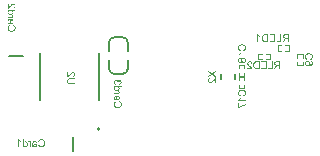
<source format=gbo>
G04*
G04 #@! TF.GenerationSoftware,Altium Limited,Altium Designer,19.0.4 (130)*
G04*
G04 Layer_Color=32896*
%FSLAX25Y25*%
%MOIN*%
G70*
G01*
G75*
%ADD10C,0.00787*%
%ADD12C,0.00492*%
%ADD15C,0.00500*%
G36*
X215602Y249737D02*
X215732Y249722D01*
X215846Y249703D01*
X215902Y249689D01*
X215950Y249677D01*
X215994Y249666D01*
X216035Y249652D01*
X216072Y249640D01*
X216102Y249633D01*
X216124Y249622D01*
X216142Y249618D01*
X216154Y249611D01*
X216157D01*
X216268Y249555D01*
X216368Y249493D01*
X216453Y249426D01*
X216487Y249393D01*
X216520Y249363D01*
X216549Y249333D01*
X216575Y249304D01*
X216598Y249278D01*
X216612Y249256D01*
X216627Y249241D01*
X216638Y249226D01*
X216642Y249219D01*
X216646Y249215D01*
X216675Y249163D01*
X216701Y249111D01*
X216742Y249000D01*
X216771Y248889D01*
X216790Y248782D01*
X216797Y248730D01*
X216805Y248686D01*
X216808Y248645D01*
Y248612D01*
X216812Y248582D01*
Y248542D01*
X216808Y248468D01*
X216801Y248397D01*
X216794Y248331D01*
X216779Y248268D01*
X216760Y248209D01*
X216742Y248153D01*
X216723Y248101D01*
X216701Y248053D01*
X216683Y248012D01*
X216664Y247972D01*
X216646Y247942D01*
X216627Y247913D01*
X216612Y247894D01*
X216605Y247876D01*
X216598Y247868D01*
X216594Y247865D01*
X216549Y247813D01*
X216505Y247768D01*
X216453Y247728D01*
X216401Y247687D01*
X216298Y247620D01*
X216194Y247568D01*
X216146Y247546D01*
X216102Y247528D01*
X216061Y247513D01*
X216028Y247502D01*
X215998Y247491D01*
X215976Y247483D01*
X215961Y247480D01*
X215957D01*
X215872Y247820D01*
X215932Y247835D01*
X215987Y247853D01*
X216039Y247872D01*
X216087Y247890D01*
X216131Y247913D01*
X216168Y247935D01*
X216205Y247961D01*
X216239Y247983D01*
X216268Y248001D01*
X216290Y248024D01*
X216313Y248042D01*
X216331Y248057D01*
X216342Y248072D01*
X216353Y248083D01*
X216357Y248087D01*
X216361Y248090D01*
X216390Y248127D01*
X216412Y248168D01*
X216453Y248249D01*
X216483Y248327D01*
X216501Y248405D01*
X216516Y248471D01*
X216520Y248497D01*
Y248523D01*
X216524Y248545D01*
Y248571D01*
X216520Y248656D01*
X216505Y248738D01*
X216487Y248812D01*
X216464Y248878D01*
X216442Y248930D01*
X216431Y248952D01*
X216424Y248971D01*
X216416Y248986D01*
X216409Y248997D01*
X216405Y249004D01*
Y249008D01*
X216353Y249078D01*
X216298Y249137D01*
X216235Y249189D01*
X216176Y249230D01*
X216124Y249263D01*
X216079Y249285D01*
X216061Y249293D01*
X216050Y249300D01*
X216042Y249304D01*
X216039D01*
X215943Y249333D01*
X215846Y249356D01*
X215750Y249374D01*
X215661Y249385D01*
X215621Y249389D01*
X215584Y249393D01*
X215550D01*
X215525Y249396D01*
X215502D01*
X215484D01*
X215473D01*
X215469D01*
X215373Y249393D01*
X215284Y249385D01*
X215203Y249370D01*
X215129Y249356D01*
X215066Y249344D01*
X215040Y249337D01*
X215018Y249330D01*
X214999Y249326D01*
X214988Y249322D01*
X214981Y249319D01*
X214977D01*
X214892Y249282D01*
X214814Y249241D01*
X214751Y249197D01*
X214696Y249148D01*
X214651Y249108D01*
X214622Y249074D01*
X214603Y249048D01*
X214596Y249045D01*
Y249041D01*
X214548Y248963D01*
X214511Y248878D01*
X214485Y248797D01*
X214470Y248719D01*
X214459Y248649D01*
X214455Y248619D01*
Y248593D01*
X214452Y248575D01*
Y248545D01*
X214455Y248453D01*
X214470Y248368D01*
X214492Y248297D01*
X214514Y248235D01*
X214540Y248186D01*
X214559Y248149D01*
X214574Y248127D01*
X214581Y248120D01*
X214636Y248061D01*
X214699Y248005D01*
X214766Y247961D01*
X214833Y247924D01*
X214892Y247894D01*
X214921Y247883D01*
X214944Y247876D01*
X214962Y247868D01*
X214977Y247861D01*
X214984Y247857D01*
X214988D01*
X214910Y247524D01*
X214844Y247546D01*
X214785Y247568D01*
X214729Y247598D01*
X214673Y247624D01*
X214625Y247654D01*
X214581Y247687D01*
X214537Y247716D01*
X214500Y247746D01*
X214470Y247776D01*
X214440Y247802D01*
X214415Y247828D01*
X214396Y247846D01*
X214377Y247865D01*
X214366Y247879D01*
X214363Y247887D01*
X214359Y247890D01*
X214326Y247942D01*
X214292Y247994D01*
X214266Y248046D01*
X214244Y248101D01*
X214211Y248212D01*
X214189Y248312D01*
X214178Y248360D01*
X214174Y248401D01*
X214170Y248442D01*
X214167Y248475D01*
X214163Y248501D01*
Y248538D01*
X214170Y248660D01*
X214189Y248778D01*
X214211Y248882D01*
X214226Y248930D01*
X214241Y248974D01*
X214255Y249015D01*
X214270Y249052D01*
X214281Y249082D01*
X214292Y249111D01*
X214303Y249130D01*
X214311Y249145D01*
X214315Y249156D01*
X214318Y249160D01*
X214381Y249259D01*
X214455Y249344D01*
X214529Y249418D01*
X214603Y249481D01*
X214670Y249530D01*
X214699Y249548D01*
X214725Y249563D01*
X214744Y249578D01*
X214759Y249585D01*
X214770Y249589D01*
X214773Y249592D01*
X214888Y249644D01*
X215006Y249681D01*
X215125Y249707D01*
X215232Y249726D01*
X215280Y249733D01*
X215328Y249737D01*
X215365Y249740D01*
X215402D01*
X215428Y249744D01*
X215451D01*
X215465D01*
X215469D01*
X215602Y249737D01*
D02*
G37*
G36*
X215132Y247187D02*
X215195Y247180D01*
X215258Y247173D01*
X215317Y247158D01*
X215369Y247139D01*
X215421Y247121D01*
X215465Y247102D01*
X215506Y247080D01*
X215543Y247062D01*
X215576Y247043D01*
X215602Y247025D01*
X215628Y247006D01*
X215647Y246991D01*
X215658Y246984D01*
X215665Y246976D01*
X215669Y246973D01*
X215709Y246932D01*
X215743Y246888D01*
X215776Y246843D01*
X215802Y246795D01*
X215824Y246751D01*
X215843Y246706D01*
X215869Y246621D01*
X215880Y246584D01*
X215887Y246547D01*
X215891Y246518D01*
X215895Y246488D01*
X215898Y246466D01*
Y246436D01*
X215895Y246366D01*
X215883Y246299D01*
X215869Y246240D01*
X215850Y246185D01*
X215835Y246144D01*
X215821Y246111D01*
X215809Y246089D01*
X215806Y246081D01*
X215769Y246022D01*
X215728Y245970D01*
X215687Y245926D01*
X215650Y245889D01*
X215613Y245863D01*
X215587Y245841D01*
X215569Y245826D01*
X215562Y245822D01*
X215591D01*
X215610D01*
X215621D01*
X215624D01*
X215698Y245826D01*
X215769Y245830D01*
X215832Y245837D01*
X215891Y245844D01*
X215939Y245855D01*
X215976Y245863D01*
X215991Y245866D01*
X216002D01*
X216005Y245870D01*
X216009D01*
X216076Y245889D01*
X216135Y245907D01*
X216187Y245926D01*
X216231Y245944D01*
X216265Y245959D01*
X216290Y245974D01*
X216309Y245981D01*
X216313Y245985D01*
X216353Y246014D01*
X216387Y246044D01*
X216416Y246074D01*
X216442Y246103D01*
X216464Y246126D01*
X216479Y246148D01*
X216487Y246163D01*
X216490Y246166D01*
X216512Y246207D01*
X216527Y246251D01*
X216538Y246292D01*
X216546Y246333D01*
X216549Y246366D01*
X216553Y246392D01*
Y246418D01*
X216549Y246477D01*
X216538Y246533D01*
X216524Y246581D01*
X216505Y246621D01*
X216490Y246651D01*
X216475Y246677D01*
X216464Y246692D01*
X216461Y246695D01*
X216420Y246732D01*
X216372Y246762D01*
X216320Y246788D01*
X216268Y246806D01*
X216224Y246821D01*
X216183Y246832D01*
X216168Y246836D01*
X216161D01*
X216154Y246840D01*
X216150D01*
X216176Y247143D01*
X216283Y247121D01*
X216375Y247091D01*
X216457Y247054D01*
X216524Y247017D01*
X216575Y246980D01*
X216598Y246962D01*
X216616Y246947D01*
X216627Y246936D01*
X216638Y246925D01*
X216642Y246921D01*
X216646Y246917D01*
X216675Y246880D01*
X216701Y246840D01*
X216742Y246758D01*
X216771Y246677D01*
X216790Y246599D01*
X216805Y246529D01*
X216808Y246499D01*
Y246473D01*
X216812Y246455D01*
Y246425D01*
X216805Y246322D01*
X216790Y246229D01*
X216764Y246144D01*
X216734Y246074D01*
X216723Y246044D01*
X216708Y246014D01*
X216694Y245992D01*
X216683Y245970D01*
X216675Y245955D01*
X216668Y245944D01*
X216660Y245937D01*
Y245933D01*
X216598Y245859D01*
X216527Y245793D01*
X216453Y245741D01*
X216383Y245696D01*
X216320Y245659D01*
X216290Y245644D01*
X216268Y245633D01*
X216246Y245626D01*
X216231Y245619D01*
X216224Y245615D01*
X216220D01*
X216165Y245596D01*
X216102Y245578D01*
X215976Y245552D01*
X215843Y245533D01*
X215717Y245522D01*
X215661Y245515D01*
X215606Y245511D01*
X215558D01*
X215517Y245508D01*
X215484D01*
X215458D01*
X215439D01*
X215436D01*
X215351D01*
X215269Y245511D01*
X215195Y245519D01*
X215125Y245526D01*
X215062Y245533D01*
X215003Y245541D01*
X214947Y245552D01*
X214899Y245563D01*
X214859Y245574D01*
X214822Y245582D01*
X214788Y245593D01*
X214762Y245600D01*
X214744Y245607D01*
X214729Y245615D01*
X214722Y245619D01*
X214718D01*
X214629Y245663D01*
X214551Y245711D01*
X214485Y245767D01*
X214429Y245815D01*
X214389Y245863D01*
X214359Y245900D01*
X214348Y245915D01*
X214340Y245926D01*
X214333Y245929D01*
Y245933D01*
X214289Y246011D01*
X214255Y246089D01*
X214229Y246166D01*
X214215Y246236D01*
X214204Y246299D01*
X214200Y246325D01*
Y246344D01*
X214196Y246362D01*
Y246388D01*
X214200Y246451D01*
X214207Y246510D01*
X214218Y246569D01*
X214233Y246621D01*
X214274Y246721D01*
X214292Y246766D01*
X214315Y246803D01*
X214340Y246840D01*
X214359Y246869D01*
X214381Y246899D01*
X214400Y246921D01*
X214415Y246939D01*
X214426Y246951D01*
X214433Y246958D01*
X214437Y246962D01*
X214481Y247002D01*
X214533Y247036D01*
X214581Y247069D01*
X214633Y247095D01*
X214688Y247117D01*
X214740Y247136D01*
X214836Y247162D01*
X214884Y247173D01*
X214925Y247180D01*
X214966Y247184D01*
X214999Y247187D01*
X215025Y247191D01*
X215043D01*
X215058D01*
X215062D01*
X215132Y247187D01*
D02*
G37*
G36*
X195810Y247068D02*
X195873Y247064D01*
X195932Y247053D01*
X195988Y247042D01*
X196040Y247027D01*
X196088Y247012D01*
X196132Y246994D01*
X196173Y246975D01*
X196210Y246957D01*
X196239Y246938D01*
X196265Y246923D01*
X196288Y246909D01*
X196306Y246898D01*
X196317Y246886D01*
X196325Y246883D01*
X196328Y246879D01*
X196365Y246842D01*
X196398Y246801D01*
X196432Y246757D01*
X196458Y246713D01*
X196502Y246624D01*
X196532Y246535D01*
X196543Y246494D01*
X196554Y246454D01*
X196561Y246420D01*
X196569Y246391D01*
X196572Y246365D01*
Y246346D01*
X196576Y246335D01*
Y246332D01*
X196254Y246298D01*
X196247Y246383D01*
X196232Y246457D01*
X196210Y246524D01*
X196184Y246576D01*
X196162Y246620D01*
X196140Y246650D01*
X196125Y246668D01*
X196117Y246676D01*
X196062Y246720D01*
X196003Y246753D01*
X195940Y246779D01*
X195884Y246794D01*
X195832Y246805D01*
X195788Y246809D01*
X195773Y246813D01*
X195751D01*
X195673Y246809D01*
X195603Y246794D01*
X195544Y246772D01*
X195492Y246750D01*
X195451Y246724D01*
X195425Y246705D01*
X195407Y246690D01*
X195399Y246683D01*
X195355Y246631D01*
X195322Y246579D01*
X195296Y246528D01*
X195281Y246476D01*
X195270Y246435D01*
X195266Y246398D01*
X195263Y246376D01*
Y246372D01*
Y246369D01*
X195270Y246302D01*
X195285Y246232D01*
X195311Y246169D01*
X195337Y246110D01*
X195366Y246061D01*
X195392Y246021D01*
X195399Y246006D01*
X195407Y245995D01*
X195414Y245991D01*
Y245987D01*
X195444Y245947D01*
X195481Y245906D01*
X195522Y245862D01*
X195566Y245817D01*
X195659Y245728D01*
X195751Y245640D01*
X195799Y245599D01*
X195840Y245562D01*
X195880Y245529D01*
X195914Y245499D01*
X195940Y245477D01*
X195962Y245458D01*
X195977Y245447D01*
X195980Y245444D01*
X196073Y245366D01*
X196158Y245292D01*
X196228Y245225D01*
X196284Y245170D01*
X196332Y245122D01*
X196365Y245088D01*
X196384Y245066D01*
X196391Y245062D01*
Y245059D01*
X196443Y244996D01*
X196484Y244937D01*
X196521Y244877D01*
X196550Y244826D01*
X196572Y244781D01*
X196587Y244748D01*
X196595Y244726D01*
X196598Y244722D01*
Y244718D01*
X196613Y244678D01*
X196621Y244641D01*
X196628Y244604D01*
X196632Y244570D01*
X196635Y244541D01*
Y244518D01*
Y244504D01*
Y244500D01*
X194937D01*
Y244803D01*
X196199D01*
X196154Y244866D01*
X196132Y244892D01*
X196114Y244918D01*
X196095Y244940D01*
X196080Y244955D01*
X196069Y244966D01*
X196065Y244970D01*
X196047Y244988D01*
X196025Y245007D01*
X195973Y245055D01*
X195914Y245111D01*
X195851Y245166D01*
X195792Y245214D01*
X195766Y245236D01*
X195744Y245258D01*
X195725Y245273D01*
X195710Y245284D01*
X195703Y245292D01*
X195699Y245296D01*
X195640Y245347D01*
X195581Y245395D01*
X195529Y245444D01*
X195481Y245484D01*
X195437Y245525D01*
X195399Y245562D01*
X195362Y245595D01*
X195333Y245625D01*
X195303Y245654D01*
X195281Y245677D01*
X195263Y245695D01*
X195244Y245714D01*
X195226Y245736D01*
X195218Y245743D01*
X195166Y245806D01*
X195122Y245862D01*
X195085Y245917D01*
X195055Y245961D01*
X195033Y246002D01*
X195018Y246032D01*
X195011Y246050D01*
X195007Y246058D01*
X194985Y246113D01*
X194970Y246169D01*
X194956Y246220D01*
X194948Y246265D01*
X194944Y246306D01*
X194941Y246335D01*
Y246354D01*
Y246361D01*
X194944Y246417D01*
X194952Y246468D01*
X194959Y246520D01*
X194974Y246565D01*
X195011Y246653D01*
X195048Y246724D01*
X195070Y246757D01*
X195089Y246783D01*
X195107Y246809D01*
X195126Y246827D01*
X195141Y246842D01*
X195148Y246857D01*
X195155Y246861D01*
X195159Y246864D01*
X195200Y246901D01*
X195244Y246935D01*
X195292Y246960D01*
X195340Y246983D01*
X195437Y247020D01*
X195533Y247046D01*
X195573Y247053D01*
X195614Y247060D01*
X195651Y247064D01*
X195681Y247068D01*
X195707Y247072D01*
X195744D01*
X195810Y247068D01*
D02*
G37*
G36*
X206000Y244500D02*
X205660D01*
Y245636D01*
X205223D01*
X205182Y245632D01*
X205153D01*
X205127Y245628D01*
X205108Y245625D01*
X205094D01*
X205086Y245621D01*
X205082D01*
X205023Y245603D01*
X204997Y245591D01*
X204975Y245580D01*
X204953Y245569D01*
X204938Y245562D01*
X204931Y245558D01*
X204927Y245554D01*
X204897Y245532D01*
X204868Y245506D01*
X204812Y245451D01*
X204786Y245425D01*
X204768Y245403D01*
X204757Y245388D01*
X204753Y245384D01*
X204716Y245333D01*
X204675Y245277D01*
X204635Y245218D01*
X204594Y245162D01*
X204561Y245111D01*
X204535Y245070D01*
X204524Y245055D01*
X204516Y245044D01*
X204509Y245037D01*
Y245033D01*
X204172Y244500D01*
X203750D01*
X204191Y245196D01*
X204242Y245270D01*
X204291Y245336D01*
X204339Y245392D01*
X204379Y245444D01*
X204416Y245480D01*
X204446Y245510D01*
X204465Y245529D01*
X204472Y245536D01*
X204502Y245558D01*
X204535Y245584D01*
X204601Y245625D01*
X204631Y245640D01*
X204653Y245654D01*
X204668Y245662D01*
X204675Y245666D01*
X204609Y245677D01*
X204546Y245688D01*
X204490Y245706D01*
X204435Y245721D01*
X204387Y245740D01*
X204342Y245762D01*
X204302Y245780D01*
X204265Y245799D01*
X204235Y245821D01*
X204205Y245839D01*
X204183Y245854D01*
X204165Y245869D01*
X204150Y245880D01*
X204139Y245891D01*
X204135Y245895D01*
X204132Y245899D01*
X204102Y245936D01*
X204072Y245973D01*
X204028Y246050D01*
X203998Y246128D01*
X203976Y246202D01*
X203961Y246265D01*
X203958Y246291D01*
Y246317D01*
X203954Y246335D01*
Y246350D01*
Y246357D01*
Y246361D01*
X203958Y246439D01*
X203969Y246509D01*
X203987Y246576D01*
X204006Y246631D01*
X204028Y246679D01*
X204043Y246716D01*
X204058Y246739D01*
X204061Y246742D01*
Y246746D01*
X204106Y246805D01*
X204150Y246857D01*
X204198Y246901D01*
X204242Y246935D01*
X204283Y246960D01*
X204316Y246975D01*
X204339Y246986D01*
X204342Y246990D01*
X204346D01*
X204379Y247001D01*
X204420Y247012D01*
X204502Y247031D01*
X204590Y247042D01*
X204672Y247053D01*
X204749Y247057D01*
X204783D01*
X204812Y247060D01*
X206000D01*
Y244500D01*
D02*
G37*
G36*
X203436D02*
X201834D01*
Y244803D01*
X203096D01*
Y247060D01*
X203436D01*
Y244500D01*
D02*
G37*
G36*
X201427D02*
X199514D01*
Y244803D01*
X201086D01*
Y245673D01*
X199669D01*
Y245976D01*
X201086D01*
Y246757D01*
X199573D01*
Y247060D01*
X201427D01*
Y244500D01*
D02*
G37*
G36*
X199044D02*
X198123D01*
X198038Y244504D01*
X197960Y244507D01*
X197890Y244515D01*
X197830Y244522D01*
X197779Y244530D01*
X197742Y244533D01*
X197731Y244537D01*
X197719Y244541D01*
X197712D01*
X197645Y244559D01*
X197586Y244581D01*
X197534Y244600D01*
X197490Y244622D01*
X197453Y244641D01*
X197427Y244655D01*
X197412Y244667D01*
X197405Y244670D01*
X197357Y244704D01*
X197316Y244744D01*
X197275Y244781D01*
X197242Y244818D01*
X197213Y244851D01*
X197190Y244877D01*
X197176Y244896D01*
X197172Y244903D01*
X197135Y244963D01*
X197098Y245025D01*
X197068Y245085D01*
X197046Y245144D01*
X197024Y245196D01*
X197009Y245236D01*
X197005Y245251D01*
X197002Y245262D01*
X196998Y245270D01*
Y245273D01*
X196976Y245362D01*
X196957Y245451D01*
X196946Y245536D01*
X196935Y245617D01*
X196931Y245688D01*
Y245717D01*
X196928Y245743D01*
Y245762D01*
Y245780D01*
Y245788D01*
Y245791D01*
X196931Y245917D01*
X196942Y246032D01*
X196961Y246135D01*
X196968Y246183D01*
X196979Y246224D01*
X196991Y246265D01*
X196998Y246298D01*
X197005Y246328D01*
X197016Y246354D01*
X197020Y246376D01*
X197028Y246391D01*
X197031Y246398D01*
Y246402D01*
X197072Y246498D01*
X197120Y246583D01*
X197172Y246657D01*
X197220Y246720D01*
X197264Y246772D01*
X197301Y246809D01*
X197316Y246820D01*
X197327Y246831D01*
X197331Y246835D01*
X197335Y246838D01*
X197394Y246886D01*
X197457Y246923D01*
X197520Y246957D01*
X197579Y246983D01*
X197631Y247001D01*
X197671Y247012D01*
X197686Y247020D01*
X197697D01*
X197705Y247023D01*
X197708D01*
X197771Y247035D01*
X197845Y247046D01*
X197919Y247053D01*
X197993Y247057D01*
X198060Y247060D01*
X199044D01*
Y244500D01*
D02*
G37*
G36*
X198576Y256009D02*
X198617Y255949D01*
X198665Y255890D01*
X198710Y255838D01*
X198754Y255794D01*
X198787Y255757D01*
X198802Y255746D01*
X198813Y255735D01*
X198817Y255731D01*
X198821Y255727D01*
X198898Y255664D01*
X198976Y255605D01*
X199050Y255554D01*
X199124Y255513D01*
X199187Y255476D01*
X199213Y255461D01*
X199235Y255450D01*
X199254Y255439D01*
X199268Y255435D01*
X199276Y255428D01*
X199279D01*
Y255124D01*
X199224Y255147D01*
X199169Y255172D01*
X199113Y255198D01*
X199061Y255224D01*
X199017Y255246D01*
X198980Y255265D01*
X198958Y255280D01*
X198954Y255283D01*
X198950D01*
X198884Y255324D01*
X198824Y255365D01*
X198773Y255402D01*
X198732Y255435D01*
X198695Y255461D01*
X198673Y255483D01*
X198654Y255498D01*
X198651Y255502D01*
Y253500D01*
X198336D01*
Y256071D01*
X198539D01*
X198576Y256009D01*
D02*
G37*
G36*
X208929Y253500D02*
X208589D01*
Y254636D01*
X208152D01*
X208111Y254632D01*
X208082D01*
X208056Y254628D01*
X208037Y254625D01*
X208023D01*
X208015Y254621D01*
X208012D01*
X207952Y254603D01*
X207926Y254591D01*
X207904Y254580D01*
X207882Y254569D01*
X207867Y254562D01*
X207860Y254558D01*
X207856Y254555D01*
X207826Y254532D01*
X207797Y254506D01*
X207741Y254451D01*
X207716Y254425D01*
X207697Y254403D01*
X207686Y254388D01*
X207682Y254384D01*
X207645Y254332D01*
X207605Y254277D01*
X207564Y254218D01*
X207523Y254162D01*
X207490Y254111D01*
X207464Y254070D01*
X207453Y254055D01*
X207445Y254044D01*
X207438Y254036D01*
Y254033D01*
X207101Y253500D01*
X206680D01*
X207120Y254196D01*
X207172Y254270D01*
X207220Y254336D01*
X207268Y254392D01*
X207309Y254444D01*
X207346Y254481D01*
X207375Y254510D01*
X207394Y254529D01*
X207401Y254536D01*
X207431Y254558D01*
X207464Y254584D01*
X207530Y254625D01*
X207560Y254640D01*
X207582Y254654D01*
X207597Y254662D01*
X207605Y254665D01*
X207538Y254677D01*
X207475Y254688D01*
X207419Y254706D01*
X207364Y254721D01*
X207316Y254739D01*
X207272Y254762D01*
X207231Y254780D01*
X207194Y254799D01*
X207164Y254821D01*
X207135Y254839D01*
X207112Y254854D01*
X207094Y254869D01*
X207079Y254880D01*
X207068Y254891D01*
X207064Y254895D01*
X207061Y254899D01*
X207031Y254936D01*
X207001Y254973D01*
X206957Y255050D01*
X206927Y255128D01*
X206905Y255202D01*
X206890Y255265D01*
X206887Y255291D01*
Y255317D01*
X206883Y255335D01*
Y255350D01*
Y255357D01*
Y255361D01*
X206887Y255439D01*
X206898Y255509D01*
X206916Y255576D01*
X206935Y255631D01*
X206957Y255679D01*
X206972Y255716D01*
X206987Y255738D01*
X206990Y255742D01*
Y255746D01*
X207035Y255805D01*
X207079Y255857D01*
X207127Y255901D01*
X207172Y255935D01*
X207212Y255960D01*
X207246Y255975D01*
X207268Y255986D01*
X207272Y255990D01*
X207275D01*
X207309Y256001D01*
X207349Y256012D01*
X207431Y256031D01*
X207519Y256042D01*
X207601Y256053D01*
X207679Y256057D01*
X207712D01*
X207741Y256060D01*
X208929D01*
Y253500D01*
D02*
G37*
G36*
X206365D02*
X204763D01*
Y253803D01*
X206025D01*
Y256060D01*
X206365D01*
Y253500D01*
D02*
G37*
G36*
X204356D02*
X202443D01*
Y253803D01*
X204015D01*
Y254673D01*
X202598D01*
Y254976D01*
X204015D01*
Y255757D01*
X202502D01*
Y256060D01*
X204356D01*
Y253500D01*
D02*
G37*
G36*
X201973D02*
X201052D01*
X200967Y253504D01*
X200889Y253507D01*
X200819Y253515D01*
X200760Y253522D01*
X200708Y253530D01*
X200671Y253533D01*
X200660Y253537D01*
X200648Y253541D01*
X200641D01*
X200574Y253559D01*
X200515Y253581D01*
X200464Y253600D01*
X200419Y253622D01*
X200382Y253641D01*
X200356Y253655D01*
X200341Y253666D01*
X200334Y253670D01*
X200286Y253703D01*
X200245Y253744D01*
X200204Y253781D01*
X200171Y253818D01*
X200142Y253852D01*
X200119Y253877D01*
X200105Y253896D01*
X200101Y253903D01*
X200064Y253962D01*
X200027Y254025D01*
X199997Y254085D01*
X199975Y254144D01*
X199953Y254196D01*
X199938Y254236D01*
X199934Y254251D01*
X199931Y254262D01*
X199927Y254270D01*
Y254273D01*
X199905Y254362D01*
X199886Y254451D01*
X199875Y254536D01*
X199864Y254617D01*
X199860Y254688D01*
Y254717D01*
X199857Y254743D01*
Y254762D01*
Y254780D01*
Y254788D01*
Y254791D01*
X199860Y254917D01*
X199872Y255032D01*
X199890Y255135D01*
X199897Y255184D01*
X199908Y255224D01*
X199920Y255265D01*
X199927Y255298D01*
X199934Y255328D01*
X199945Y255354D01*
X199949Y255376D01*
X199957Y255391D01*
X199960Y255398D01*
Y255402D01*
X200001Y255498D01*
X200049Y255583D01*
X200101Y255657D01*
X200149Y255720D01*
X200193Y255772D01*
X200230Y255809D01*
X200245Y255820D01*
X200256Y255831D01*
X200260Y255835D01*
X200264Y255838D01*
X200323Y255887D01*
X200386Y255924D01*
X200449Y255957D01*
X200508Y255983D01*
X200560Y256001D01*
X200600Y256012D01*
X200615Y256020D01*
X200626D01*
X200634Y256023D01*
X200637D01*
X200700Y256034D01*
X200774Y256046D01*
X200848Y256053D01*
X200922Y256057D01*
X200989Y256060D01*
X201973D01*
Y253500D01*
D02*
G37*
G36*
X184500Y243593D02*
X183612Y242946D01*
X183590Y242931D01*
X183564Y242912D01*
X183505Y242871D01*
X183475Y242853D01*
X183453Y242838D01*
X183438Y242827D01*
X183434Y242823D01*
X183490Y242786D01*
X183542Y242753D01*
X183560Y242738D01*
X183575Y242731D01*
X183586Y242723D01*
X183590Y242720D01*
X184500Y242072D01*
Y241654D01*
X183157Y242613D01*
X181940Y241724D01*
Y242094D01*
X182620Y242605D01*
X182676Y242650D01*
X182728Y242687D01*
X182780Y242723D01*
X182820Y242753D01*
X182857Y242779D01*
X182887Y242797D01*
X182902Y242809D01*
X182909Y242812D01*
X182865Y242838D01*
X182817Y242868D01*
X182765Y242901D01*
X182713Y242934D01*
X182668Y242968D01*
X182632Y242990D01*
X182617Y243001D01*
X182606Y243008D01*
X182602Y243016D01*
X182598D01*
X181940Y243482D01*
Y243885D01*
X183175Y243012D01*
X184500Y244000D01*
Y243593D01*
D02*
G37*
G36*
Y239826D02*
X184197D01*
Y241088D01*
X184134Y241044D01*
X184108Y241021D01*
X184082Y241003D01*
X184060Y240985D01*
X184045Y240970D01*
X184034Y240959D01*
X184030Y240955D01*
X184012Y240936D01*
X183993Y240914D01*
X183945Y240862D01*
X183889Y240803D01*
X183834Y240740D01*
X183786Y240681D01*
X183764Y240655D01*
X183741Y240633D01*
X183727Y240615D01*
X183716Y240600D01*
X183708Y240592D01*
X183704Y240589D01*
X183653Y240529D01*
X183605Y240470D01*
X183556Y240418D01*
X183516Y240370D01*
X183475Y240326D01*
X183438Y240289D01*
X183405Y240252D01*
X183375Y240222D01*
X183346Y240193D01*
X183323Y240171D01*
X183305Y240152D01*
X183286Y240134D01*
X183264Y240115D01*
X183257Y240108D01*
X183194Y240056D01*
X183138Y240011D01*
X183083Y239974D01*
X183038Y239945D01*
X182998Y239923D01*
X182968Y239908D01*
X182950Y239900D01*
X182942Y239897D01*
X182887Y239875D01*
X182831Y239860D01*
X182780Y239845D01*
X182735Y239838D01*
X182694Y239834D01*
X182665Y239830D01*
X182646D01*
X182639D01*
X182583Y239834D01*
X182532Y239841D01*
X182480Y239849D01*
X182435Y239863D01*
X182347Y239900D01*
X182276Y239937D01*
X182243Y239960D01*
X182217Y239978D01*
X182191Y239997D01*
X182173Y240015D01*
X182158Y240030D01*
X182143Y240037D01*
X182139Y240045D01*
X182136Y240048D01*
X182099Y240089D01*
X182065Y240134D01*
X182039Y240182D01*
X182017Y240230D01*
X181980Y240326D01*
X181954Y240422D01*
X181947Y240463D01*
X181940Y240504D01*
X181936Y240541D01*
X181932Y240570D01*
X181929Y240596D01*
Y240633D01*
X181932Y240700D01*
X181936Y240762D01*
X181947Y240822D01*
X181958Y240877D01*
X181973Y240929D01*
X181988Y240977D01*
X182006Y241021D01*
X182025Y241062D01*
X182043Y241099D01*
X182062Y241129D01*
X182077Y241155D01*
X182091Y241177D01*
X182102Y241195D01*
X182114Y241207D01*
X182117Y241214D01*
X182121Y241218D01*
X182158Y241255D01*
X182199Y241288D01*
X182243Y241321D01*
X182287Y241347D01*
X182376Y241391D01*
X182465Y241421D01*
X182506Y241432D01*
X182546Y241443D01*
X182580Y241451D01*
X182609Y241458D01*
X182635Y241462D01*
X182654D01*
X182665Y241465D01*
X182668D01*
X182702Y241144D01*
X182617Y241136D01*
X182543Y241121D01*
X182476Y241099D01*
X182424Y241073D01*
X182380Y241051D01*
X182350Y241029D01*
X182332Y241014D01*
X182324Y241007D01*
X182280Y240951D01*
X182247Y240892D01*
X182221Y240829D01*
X182206Y240774D01*
X182195Y240722D01*
X182191Y240677D01*
X182187Y240663D01*
Y240640D01*
X182191Y240563D01*
X182206Y240492D01*
X182228Y240433D01*
X182250Y240381D01*
X182276Y240341D01*
X182295Y240315D01*
X182310Y240296D01*
X182317Y240289D01*
X182369Y240245D01*
X182421Y240211D01*
X182472Y240185D01*
X182524Y240171D01*
X182565Y240159D01*
X182602Y240156D01*
X182624Y240152D01*
X182628D01*
X182632D01*
X182698Y240159D01*
X182768Y240174D01*
X182831Y240200D01*
X182890Y240226D01*
X182939Y240256D01*
X182979Y240282D01*
X182994Y240289D01*
X183005Y240296D01*
X183009Y240304D01*
X183013D01*
X183053Y240333D01*
X183094Y240370D01*
X183138Y240411D01*
X183183Y240455D01*
X183272Y240548D01*
X183360Y240640D01*
X183401Y240688D01*
X183438Y240729D01*
X183471Y240770D01*
X183501Y240803D01*
X183523Y240829D01*
X183542Y240851D01*
X183553Y240866D01*
X183556Y240870D01*
X183634Y240962D01*
X183708Y241047D01*
X183775Y241118D01*
X183830Y241173D01*
X183878Y241221D01*
X183912Y241255D01*
X183934Y241273D01*
X183938Y241281D01*
X183941D01*
X184004Y241332D01*
X184063Y241373D01*
X184123Y241410D01*
X184174Y241440D01*
X184219Y241462D01*
X184252Y241477D01*
X184274Y241484D01*
X184278Y241488D01*
X184282D01*
X184322Y241502D01*
X184359Y241510D01*
X184396Y241517D01*
X184430Y241521D01*
X184459Y241525D01*
X184482D01*
X184496D01*
X184500D01*
Y239826D01*
D02*
G37*
G36*
X193334Y252737D02*
X193464Y252722D01*
X193579Y252703D01*
X193634Y252689D01*
X193682Y252677D01*
X193727Y252666D01*
X193767Y252652D01*
X193804Y252641D01*
X193834Y252633D01*
X193856Y252622D01*
X193875Y252618D01*
X193886Y252611D01*
X193889D01*
X194000Y252555D01*
X194100Y252492D01*
X194185Y252426D01*
X194219Y252393D01*
X194252Y252363D01*
X194282Y252333D01*
X194308Y252304D01*
X194330Y252278D01*
X194345Y252256D01*
X194359Y252241D01*
X194370Y252226D01*
X194374Y252219D01*
X194378Y252215D01*
X194407Y252163D01*
X194433Y252111D01*
X194474Y252000D01*
X194504Y251889D01*
X194522Y251782D01*
X194530Y251730D01*
X194537Y251686D01*
X194541Y251645D01*
Y251612D01*
X194544Y251582D01*
Y251542D01*
X194541Y251468D01*
X194533Y251397D01*
X194526Y251331D01*
X194511Y251268D01*
X194493Y251209D01*
X194474Y251153D01*
X194456Y251101D01*
X194433Y251053D01*
X194415Y251012D01*
X194396Y250972D01*
X194378Y250942D01*
X194359Y250913D01*
X194345Y250894D01*
X194337Y250876D01*
X194330Y250868D01*
X194326Y250865D01*
X194282Y250813D01*
X194237Y250768D01*
X194185Y250728D01*
X194134Y250687D01*
X194030Y250620D01*
X193927Y250569D01*
X193878Y250546D01*
X193834Y250528D01*
X193793Y250513D01*
X193760Y250502D01*
X193730Y250491D01*
X193708Y250483D01*
X193693Y250480D01*
X193690D01*
X193605Y250820D01*
X193664Y250835D01*
X193719Y250853D01*
X193771Y250872D01*
X193819Y250890D01*
X193864Y250913D01*
X193901Y250935D01*
X193938Y250961D01*
X193971Y250983D01*
X194000Y251001D01*
X194023Y251024D01*
X194045Y251042D01*
X194063Y251057D01*
X194074Y251072D01*
X194086Y251083D01*
X194089Y251086D01*
X194093Y251090D01*
X194123Y251127D01*
X194145Y251168D01*
X194185Y251249D01*
X194215Y251327D01*
X194234Y251405D01*
X194248Y251471D01*
X194252Y251497D01*
Y251523D01*
X194256Y251545D01*
Y251571D01*
X194252Y251656D01*
X194237Y251738D01*
X194219Y251812D01*
X194197Y251878D01*
X194174Y251930D01*
X194163Y251952D01*
X194156Y251971D01*
X194149Y251986D01*
X194141Y251997D01*
X194137Y252004D01*
Y252008D01*
X194086Y252078D01*
X194030Y252137D01*
X193967Y252189D01*
X193908Y252230D01*
X193856Y252263D01*
X193812Y252285D01*
X193793Y252293D01*
X193782Y252300D01*
X193775Y252304D01*
X193771D01*
X193675Y252333D01*
X193579Y252356D01*
X193482Y252374D01*
X193394Y252385D01*
X193353Y252389D01*
X193316Y252393D01*
X193283D01*
X193257Y252396D01*
X193235D01*
X193216D01*
X193205D01*
X193201D01*
X193105Y252393D01*
X193016Y252385D01*
X192935Y252370D01*
X192861Y252356D01*
X192798Y252344D01*
X192772Y252337D01*
X192750Y252330D01*
X192731Y252326D01*
X192720Y252322D01*
X192713Y252319D01*
X192709D01*
X192624Y252282D01*
X192546Y252241D01*
X192483Y252197D01*
X192428Y252148D01*
X192384Y252108D01*
X192354Y252074D01*
X192335Y252048D01*
X192328Y252045D01*
Y252041D01*
X192280Y251963D01*
X192243Y251878D01*
X192217Y251797D01*
X192202Y251719D01*
X192191Y251649D01*
X192188Y251619D01*
Y251593D01*
X192184Y251575D01*
Y251545D01*
X192188Y251453D01*
X192202Y251368D01*
X192225Y251297D01*
X192247Y251235D01*
X192273Y251186D01*
X192291Y251149D01*
X192306Y251127D01*
X192313Y251120D01*
X192369Y251061D01*
X192432Y251005D01*
X192498Y250961D01*
X192565Y250924D01*
X192624Y250894D01*
X192654Y250883D01*
X192676Y250876D01*
X192694Y250868D01*
X192709Y250861D01*
X192717Y250857D01*
X192720D01*
X192643Y250524D01*
X192576Y250546D01*
X192517Y250569D01*
X192461Y250598D01*
X192406Y250624D01*
X192358Y250654D01*
X192313Y250687D01*
X192269Y250716D01*
X192232Y250746D01*
X192202Y250776D01*
X192173Y250802D01*
X192147Y250828D01*
X192128Y250846D01*
X192110Y250865D01*
X192099Y250879D01*
X192095Y250887D01*
X192091Y250890D01*
X192058Y250942D01*
X192025Y250994D01*
X191999Y251046D01*
X191977Y251101D01*
X191943Y251212D01*
X191921Y251312D01*
X191910Y251360D01*
X191906Y251401D01*
X191903Y251442D01*
X191899Y251475D01*
X191895Y251501D01*
Y251538D01*
X191903Y251660D01*
X191921Y251778D01*
X191943Y251882D01*
X191958Y251930D01*
X191973Y251975D01*
X191988Y252015D01*
X192002Y252052D01*
X192014Y252082D01*
X192025Y252111D01*
X192036Y252130D01*
X192043Y252145D01*
X192047Y252156D01*
X192051Y252160D01*
X192113Y252259D01*
X192188Y252344D01*
X192262Y252418D01*
X192335Y252481D01*
X192402Y252530D01*
X192432Y252548D01*
X192458Y252563D01*
X192476Y252578D01*
X192491Y252585D01*
X192502Y252589D01*
X192506Y252592D01*
X192620Y252644D01*
X192739Y252681D01*
X192857Y252707D01*
X192964Y252726D01*
X193013Y252733D01*
X193061Y252737D01*
X193098Y252740D01*
X193135D01*
X193161Y252744D01*
X193183D01*
X193198D01*
X193201D01*
X193334Y252737D01*
D02*
G37*
G36*
X192853Y249895D02*
X192828Y249840D01*
X192802Y249784D01*
X192776Y249732D01*
X192754Y249688D01*
X192735Y249651D01*
X192720Y249629D01*
X192717Y249625D01*
Y249621D01*
X192676Y249555D01*
X192635Y249496D01*
X192598Y249444D01*
X192565Y249403D01*
X192539Y249366D01*
X192517Y249344D01*
X192502Y249325D01*
X192498Y249322D01*
X194500D01*
Y249007D01*
X191929D01*
Y249211D01*
X191991Y249248D01*
X192051Y249288D01*
X192110Y249336D01*
X192162Y249381D01*
X192206Y249425D01*
X192243Y249459D01*
X192254Y249473D01*
X192265Y249484D01*
X192269Y249488D01*
X192273Y249492D01*
X192335Y249570D01*
X192395Y249647D01*
X192446Y249721D01*
X192487Y249795D01*
X192524Y249858D01*
X192539Y249884D01*
X192550Y249906D01*
X192561Y249925D01*
X192565Y249939D01*
X192572Y249947D01*
Y249951D01*
X192876D01*
X192853Y249895D01*
D02*
G37*
G36*
X193823Y248200D02*
X193882Y248193D01*
X193938Y248182D01*
X193993Y248167D01*
X194086Y248130D01*
X194130Y248112D01*
X194167Y248090D01*
X194204Y248067D01*
X194234Y248049D01*
X194260Y248027D01*
X194282Y248012D01*
X194300Y247997D01*
X194311Y247986D01*
X194319Y247978D01*
X194322Y247975D01*
X194363Y247930D01*
X194396Y247882D01*
X194426Y247831D01*
X194452Y247779D01*
X194470Y247731D01*
X194489Y247679D01*
X194515Y247579D01*
X194526Y247534D01*
X194533Y247494D01*
X194537Y247457D01*
X194541Y247424D01*
X194544Y247398D01*
Y247361D01*
X194541Y247290D01*
X194533Y247227D01*
X194522Y247165D01*
X194511Y247105D01*
X194493Y247054D01*
X194474Y247002D01*
X194456Y246954D01*
X194433Y246913D01*
X194411Y246876D01*
X194393Y246843D01*
X194374Y246817D01*
X194356Y246791D01*
X194345Y246772D01*
X194334Y246761D01*
X194326Y246754D01*
X194322Y246750D01*
X194278Y246709D01*
X194234Y246672D01*
X194189Y246643D01*
X194141Y246617D01*
X194097Y246591D01*
X194049Y246572D01*
X193964Y246547D01*
X193923Y246535D01*
X193886Y246528D01*
X193852Y246524D01*
X193827Y246521D01*
X193804Y246517D01*
X193786D01*
X193775D01*
X193771D01*
X193686Y246521D01*
X193608Y246535D01*
X193538Y246558D01*
X193479Y246580D01*
X193431Y246602D01*
X193394Y246624D01*
X193371Y246639D01*
X193368Y246643D01*
X193364D01*
X193305Y246695D01*
X193253Y246750D01*
X193212Y246809D01*
X193175Y246865D01*
X193149Y246917D01*
X193131Y246961D01*
X193124Y246976D01*
X193120Y246987D01*
X193116Y246994D01*
Y246998D01*
X193087Y246931D01*
X193053Y246876D01*
X193020Y246828D01*
X192987Y246787D01*
X192957Y246758D01*
X192935Y246735D01*
X192920Y246721D01*
X192913Y246717D01*
X192861Y246684D01*
X192809Y246661D01*
X192757Y246643D01*
X192706Y246632D01*
X192665Y246624D01*
X192631Y246621D01*
X192609D01*
X192606D01*
X192602D01*
X192550Y246624D01*
X192502Y246628D01*
X192410Y246654D01*
X192328Y246687D01*
X192258Y246724D01*
X192202Y246761D01*
X192180Y246780D01*
X192158Y246795D01*
X192143Y246809D01*
X192132Y246820D01*
X192128Y246824D01*
X192125Y246828D01*
X192091Y246868D01*
X192058Y246909D01*
X192032Y246954D01*
X192010Y246998D01*
X191977Y247087D01*
X191954Y247176D01*
X191943Y247213D01*
X191940Y247250D01*
X191936Y247283D01*
X191932Y247312D01*
X191929Y247335D01*
Y247368D01*
X191932Y247427D01*
X191936Y247486D01*
X191958Y247590D01*
X191973Y247638D01*
X191988Y247682D01*
X192006Y247723D01*
X192025Y247760D01*
X192043Y247790D01*
X192062Y247819D01*
X192077Y247845D01*
X192091Y247864D01*
X192102Y247879D01*
X192113Y247890D01*
X192117Y247897D01*
X192121Y247901D01*
X192158Y247934D01*
X192195Y247967D01*
X192236Y247993D01*
X192276Y248015D01*
X192354Y248053D01*
X192428Y248075D01*
X192491Y248090D01*
X192520Y248093D01*
X192543Y248097D01*
X192565Y248101D01*
X192580D01*
X192587D01*
X192591D01*
X192657Y248097D01*
X192720Y248086D01*
X192776Y248071D01*
X192824Y248053D01*
X192861Y248038D01*
X192891Y248023D01*
X192905Y248012D01*
X192913Y248008D01*
X192957Y247967D01*
X192998Y247923D01*
X193035Y247875D01*
X193064Y247827D01*
X193087Y247782D01*
X193101Y247749D01*
X193109Y247734D01*
X193113Y247723D01*
X193116Y247720D01*
Y247716D01*
X193142Y247801D01*
X193175Y247871D01*
X193216Y247934D01*
X193253Y247986D01*
X193290Y248027D01*
X193320Y248056D01*
X193338Y248071D01*
X193342Y248078D01*
X193346D01*
X193412Y248119D01*
X193482Y248152D01*
X193549Y248175D01*
X193616Y248189D01*
X193675Y248197D01*
X193701Y248200D01*
X193723D01*
X193738Y248204D01*
X193753D01*
X193760D01*
X193764D01*
X193823Y248200D01*
D02*
G37*
G36*
X193334Y237615D02*
X193464Y237600D01*
X193579Y237581D01*
X193634Y237566D01*
X193682Y237555D01*
X193727Y237544D01*
X193767Y237529D01*
X193804Y237518D01*
X193834Y237511D01*
X193856Y237500D01*
X193875Y237496D01*
X193886Y237489D01*
X193889D01*
X194000Y237433D01*
X194100Y237370D01*
X194185Y237304D01*
X194219Y237270D01*
X194252Y237241D01*
X194282Y237211D01*
X194308Y237182D01*
X194330Y237156D01*
X194345Y237134D01*
X194359Y237119D01*
X194370Y237104D01*
X194374Y237097D01*
X194378Y237093D01*
X194407Y237041D01*
X194433Y236989D01*
X194474Y236878D01*
X194504Y236767D01*
X194522Y236660D01*
X194530Y236608D01*
X194537Y236564D01*
X194541Y236523D01*
Y236490D01*
X194544Y236460D01*
Y236420D01*
X194541Y236346D01*
X194533Y236275D01*
X194526Y236209D01*
X194511Y236146D01*
X194493Y236087D01*
X194474Y236031D01*
X194456Y235979D01*
X194433Y235931D01*
X194415Y235890D01*
X194396Y235850D01*
X194378Y235820D01*
X194359Y235790D01*
X194345Y235772D01*
X194337Y235753D01*
X194330Y235746D01*
X194326Y235742D01*
X194282Y235691D01*
X194237Y235646D01*
X194185Y235606D01*
X194134Y235565D01*
X194030Y235498D01*
X193927Y235446D01*
X193878Y235424D01*
X193834Y235406D01*
X193793Y235391D01*
X193760Y235380D01*
X193730Y235369D01*
X193708Y235361D01*
X193693Y235358D01*
X193690D01*
X193605Y235698D01*
X193664Y235713D01*
X193719Y235731D01*
X193771Y235750D01*
X193819Y235768D01*
X193864Y235790D01*
X193901Y235813D01*
X193938Y235839D01*
X193971Y235861D01*
X194000Y235879D01*
X194023Y235901D01*
X194045Y235920D01*
X194063Y235935D01*
X194074Y235950D01*
X194086Y235961D01*
X194089Y235964D01*
X194093Y235968D01*
X194123Y236005D01*
X194145Y236046D01*
X194185Y236127D01*
X194215Y236205D01*
X194234Y236283D01*
X194248Y236349D01*
X194252Y236375D01*
Y236401D01*
X194256Y236423D01*
Y236449D01*
X194252Y236534D01*
X194237Y236616D01*
X194219Y236690D01*
X194197Y236756D01*
X194174Y236808D01*
X194163Y236830D01*
X194156Y236849D01*
X194149Y236863D01*
X194141Y236875D01*
X194137Y236882D01*
Y236886D01*
X194086Y236956D01*
X194030Y237015D01*
X193967Y237067D01*
X193908Y237108D01*
X193856Y237141D01*
X193812Y237163D01*
X193793Y237171D01*
X193782Y237178D01*
X193775Y237182D01*
X193771D01*
X193675Y237211D01*
X193579Y237233D01*
X193482Y237252D01*
X193394Y237263D01*
X193353Y237267D01*
X193316Y237270D01*
X193283D01*
X193257Y237274D01*
X193235D01*
X193216D01*
X193205D01*
X193201D01*
X193105Y237270D01*
X193016Y237263D01*
X192935Y237248D01*
X192861Y237233D01*
X192798Y237222D01*
X192772Y237215D01*
X192750Y237208D01*
X192731Y237204D01*
X192720Y237200D01*
X192713Y237196D01*
X192709D01*
X192624Y237159D01*
X192546Y237119D01*
X192483Y237074D01*
X192428Y237026D01*
X192384Y236986D01*
X192354Y236952D01*
X192335Y236926D01*
X192328Y236923D01*
Y236919D01*
X192280Y236841D01*
X192243Y236756D01*
X192217Y236675D01*
X192202Y236597D01*
X192191Y236527D01*
X192188Y236497D01*
Y236471D01*
X192184Y236453D01*
Y236423D01*
X192188Y236331D01*
X192202Y236246D01*
X192225Y236175D01*
X192247Y236112D01*
X192273Y236064D01*
X192291Y236027D01*
X192306Y236005D01*
X192313Y235998D01*
X192369Y235939D01*
X192432Y235883D01*
X192498Y235839D01*
X192565Y235802D01*
X192624Y235772D01*
X192654Y235761D01*
X192676Y235753D01*
X192694Y235746D01*
X192709Y235739D01*
X192717Y235735D01*
X192720D01*
X192643Y235402D01*
X192576Y235424D01*
X192517Y235446D01*
X192461Y235476D01*
X192406Y235502D01*
X192358Y235531D01*
X192313Y235565D01*
X192269Y235594D01*
X192232Y235624D01*
X192202Y235654D01*
X192173Y235680D01*
X192147Y235705D01*
X192128Y235724D01*
X192110Y235742D01*
X192099Y235757D01*
X192095Y235765D01*
X192091Y235768D01*
X192058Y235820D01*
X192025Y235872D01*
X191999Y235924D01*
X191977Y235979D01*
X191943Y236090D01*
X191921Y236190D01*
X191910Y236238D01*
X191906Y236279D01*
X191903Y236320D01*
X191899Y236353D01*
X191895Y236379D01*
Y236416D01*
X191903Y236538D01*
X191921Y236656D01*
X191943Y236760D01*
X191958Y236808D01*
X191973Y236852D01*
X191988Y236893D01*
X192002Y236930D01*
X192014Y236960D01*
X192025Y236989D01*
X192036Y237008D01*
X192043Y237023D01*
X192047Y237034D01*
X192051Y237037D01*
X192113Y237137D01*
X192188Y237222D01*
X192262Y237296D01*
X192335Y237359D01*
X192402Y237407D01*
X192432Y237426D01*
X192458Y237441D01*
X192476Y237456D01*
X192491Y237463D01*
X192502Y237467D01*
X192506Y237470D01*
X192620Y237522D01*
X192739Y237559D01*
X192857Y237585D01*
X192964Y237603D01*
X193013Y237611D01*
X193061Y237615D01*
X193098Y237618D01*
X193135D01*
X193161Y237622D01*
X193183D01*
X193198D01*
X193201D01*
X193334Y237615D01*
D02*
G37*
G36*
X192853Y234773D02*
X192828Y234717D01*
X192802Y234662D01*
X192776Y234610D01*
X192754Y234566D01*
X192735Y234529D01*
X192720Y234507D01*
X192717Y234503D01*
Y234499D01*
X192676Y234433D01*
X192635Y234373D01*
X192598Y234322D01*
X192565Y234281D01*
X192539Y234244D01*
X192517Y234222D01*
X192502Y234203D01*
X192498Y234200D01*
X194500D01*
Y233885D01*
X191929D01*
Y234088D01*
X191991Y234125D01*
X192051Y234166D01*
X192110Y234214D01*
X192162Y234259D01*
X192206Y234303D01*
X192243Y234336D01*
X192254Y234351D01*
X192265Y234362D01*
X192269Y234366D01*
X192273Y234370D01*
X192335Y234447D01*
X192395Y234525D01*
X192446Y234599D01*
X192487Y234673D01*
X192524Y234736D01*
X192539Y234762D01*
X192550Y234784D01*
X192561Y234803D01*
X192565Y234817D01*
X192572Y234825D01*
Y234828D01*
X192876D01*
X192853Y234773D01*
D02*
G37*
G36*
X192276Y231802D02*
X192384Y231891D01*
X192498Y231976D01*
X192609Y232050D01*
X192717Y232120D01*
X192765Y232150D01*
X192809Y232176D01*
X192850Y232202D01*
X192883Y232220D01*
X192913Y232235D01*
X192931Y232246D01*
X192946Y232253D01*
X192950Y232257D01*
X193098Y232331D01*
X193246Y232398D01*
X193386Y232453D01*
X193449Y232475D01*
X193512Y232498D01*
X193568Y232520D01*
X193619Y232535D01*
X193664Y232549D01*
X193701Y232560D01*
X193734Y232572D01*
X193756Y232579D01*
X193771Y232583D01*
X193775D01*
X193927Y232620D01*
X194000Y232634D01*
X194067Y232646D01*
X194130Y232657D01*
X194193Y232668D01*
X194245Y232675D01*
X194297Y232682D01*
X194341Y232686D01*
X194382Y232690D01*
X194419Y232694D01*
X194448D01*
X194470Y232697D01*
X194485D01*
X194496D01*
X194500D01*
Y232375D01*
X194359Y232364D01*
X194230Y232346D01*
X194112Y232327D01*
X194056Y232316D01*
X194004Y232305D01*
X193960Y232298D01*
X193919Y232287D01*
X193882Y232279D01*
X193852Y232272D01*
X193830Y232264D01*
X193812Y232261D01*
X193801Y232257D01*
X193797D01*
X193627Y232202D01*
X193468Y232142D01*
X193390Y232113D01*
X193316Y232083D01*
X193249Y232050D01*
X193183Y232020D01*
X193124Y231994D01*
X193072Y231968D01*
X193027Y231946D01*
X192987Y231928D01*
X192953Y231909D01*
X192931Y231898D01*
X192916Y231891D01*
X192913Y231887D01*
X192835Y231843D01*
X192757Y231798D01*
X192687Y231754D01*
X192620Y231709D01*
X192561Y231669D01*
X192502Y231628D01*
X192450Y231587D01*
X192406Y231554D01*
X192361Y231521D01*
X192324Y231491D01*
X192295Y231462D01*
X192269Y231439D01*
X192247Y231424D01*
X192232Y231410D01*
X192225Y231402D01*
X192221Y231399D01*
X191973D01*
Y233056D01*
X192276D01*
Y231802D01*
D02*
G37*
G36*
X151344Y240890D02*
X151425Y240875D01*
X151495Y240853D01*
X151555Y240831D01*
X151603Y240809D01*
X151640Y240786D01*
X151662Y240772D01*
X151669Y240768D01*
X151725Y240716D01*
X151773Y240661D01*
X151810Y240601D01*
X151839Y240542D01*
X151862Y240490D01*
X151876Y240450D01*
X151880Y240435D01*
X151884Y240424D01*
X151888Y240416D01*
Y240413D01*
X151921Y240476D01*
X151954Y240527D01*
X151991Y240572D01*
X152024Y240609D01*
X152054Y240638D01*
X152080Y240661D01*
X152095Y240672D01*
X152102Y240675D01*
X152154Y240705D01*
X152206Y240727D01*
X152258Y240746D01*
X152306Y240757D01*
X152346Y240764D01*
X152376Y240768D01*
X152398D01*
X152406D01*
X152468Y240764D01*
X152531Y240753D01*
X152587Y240738D01*
X152635Y240720D01*
X152676Y240701D01*
X152709Y240686D01*
X152727Y240675D01*
X152735Y240672D01*
X152790Y240635D01*
X152838Y240590D01*
X152879Y240546D01*
X152916Y240501D01*
X152942Y240464D01*
X152964Y240431D01*
X152975Y240409D01*
X152979Y240405D01*
Y240402D01*
X153009Y240335D01*
X153031Y240268D01*
X153049Y240202D01*
X153060Y240142D01*
X153068Y240094D01*
X153071Y240054D01*
Y239961D01*
X153064Y239909D01*
X153046Y239809D01*
X153016Y239724D01*
X152986Y239650D01*
X152968Y239617D01*
X152953Y239591D01*
X152938Y239565D01*
X152924Y239547D01*
X152912Y239532D01*
X152905Y239521D01*
X152901Y239513D01*
X152898Y239510D01*
X152827Y239440D01*
X152750Y239384D01*
X152668Y239340D01*
X152587Y239303D01*
X152516Y239280D01*
X152487Y239269D01*
X152461Y239262D01*
X152439Y239258D01*
X152424Y239254D01*
X152413Y239251D01*
X152409D01*
X152354Y239565D01*
X152435Y239580D01*
X152505Y239602D01*
X152565Y239628D01*
X152613Y239654D01*
X152650Y239680D01*
X152676Y239702D01*
X152694Y239717D01*
X152698Y239721D01*
X152735Y239769D01*
X152764Y239821D01*
X152783Y239869D01*
X152798Y239917D01*
X152805Y239961D01*
X152813Y239995D01*
Y240024D01*
X152809Y240091D01*
X152794Y240150D01*
X152776Y240202D01*
X152757Y240246D01*
X152735Y240279D01*
X152716Y240305D01*
X152701Y240324D01*
X152698Y240328D01*
X152653Y240368D01*
X152605Y240398D01*
X152557Y240416D01*
X152513Y240431D01*
X152472Y240439D01*
X152443Y240446D01*
X152420D01*
X152417D01*
X152413D01*
X152372D01*
X152335Y240439D01*
X152272Y240420D01*
X152217Y240394D01*
X152169Y240365D01*
X152135Y240335D01*
X152110Y240309D01*
X152095Y240290D01*
X152091Y240287D01*
Y240283D01*
X152058Y240220D01*
X152032Y240161D01*
X152013Y240098D01*
X152002Y240043D01*
X151995Y239995D01*
X151987Y239954D01*
Y239906D01*
X151991Y239891D01*
Y239872D01*
X151714Y239835D01*
X151725Y239883D01*
X151732Y239928D01*
X151740Y239965D01*
X151743Y239998D01*
X151747Y240024D01*
Y240057D01*
X151740Y240135D01*
X151725Y240205D01*
X151702Y240268D01*
X151677Y240320D01*
X151651Y240361D01*
X151628Y240390D01*
X151614Y240409D01*
X151606Y240416D01*
X151551Y240464D01*
X151492Y240501D01*
X151432Y240527D01*
X151373Y240542D01*
X151325Y240553D01*
X151284Y240557D01*
X151270Y240561D01*
X151259D01*
X151251D01*
X151247D01*
X151166Y240553D01*
X151092Y240535D01*
X151029Y240512D01*
X150974Y240483D01*
X150929Y240453D01*
X150896Y240431D01*
X150874Y240413D01*
X150866Y240405D01*
X150814Y240346D01*
X150777Y240283D01*
X150752Y240220D01*
X150733Y240161D01*
X150722Y240109D01*
X150718Y240069D01*
X150715Y240054D01*
Y240032D01*
X150718Y239965D01*
X150733Y239902D01*
X150752Y239846D01*
X150774Y239802D01*
X150792Y239765D01*
X150811Y239736D01*
X150826Y239721D01*
X150829Y239713D01*
X150881Y239669D01*
X150940Y239632D01*
X151003Y239599D01*
X151070Y239573D01*
X151125Y239554D01*
X151151Y239547D01*
X151173Y239543D01*
X151192Y239539D01*
X151207Y239536D01*
X151214Y239532D01*
X151218D01*
X151177Y239217D01*
X151118Y239225D01*
X151062Y239236D01*
X150959Y239269D01*
X150870Y239310D01*
X150833Y239332D01*
X150796Y239354D01*
X150763Y239377D01*
X150737Y239399D01*
X150711Y239417D01*
X150692Y239436D01*
X150678Y239447D01*
X150666Y239458D01*
X150659Y239465D01*
X150655Y239469D01*
X150622Y239513D01*
X150589Y239558D01*
X150563Y239602D01*
X150541Y239650D01*
X150504Y239743D01*
X150481Y239832D01*
X150474Y239872D01*
X150467Y239909D01*
X150463Y239943D01*
X150459Y239972D01*
X150456Y239995D01*
Y240028D01*
X150459Y240098D01*
X150467Y240161D01*
X150478Y240224D01*
X150493Y240283D01*
X150511Y240339D01*
X150530Y240387D01*
X150552Y240435D01*
X150574Y240476D01*
X150593Y240516D01*
X150615Y240549D01*
X150633Y240579D01*
X150652Y240601D01*
X150666Y240620D01*
X150678Y240635D01*
X150685Y240642D01*
X150689Y240646D01*
X150733Y240690D01*
X150781Y240727D01*
X150829Y240760D01*
X150877Y240790D01*
X150922Y240812D01*
X150970Y240834D01*
X151059Y240864D01*
X151099Y240871D01*
X151136Y240879D01*
X151170Y240886D01*
X151199Y240890D01*
X151222Y240894D01*
X151240D01*
X151251D01*
X151255D01*
X151344Y240890D01*
D02*
G37*
G36*
X153060Y238489D02*
X152143D01*
X152183Y238455D01*
X152217Y238418D01*
X152250Y238385D01*
X152276Y238348D01*
X152295Y238318D01*
X152313Y238296D01*
X152320Y238281D01*
X152324Y238274D01*
X152350Y238226D01*
X152368Y238174D01*
X152380Y238122D01*
X152391Y238074D01*
X152394Y238034D01*
X152398Y238004D01*
Y237974D01*
X152394Y237893D01*
X152380Y237815D01*
X152361Y237745D01*
X152339Y237686D01*
X152313Y237634D01*
X152295Y237597D01*
X152287Y237582D01*
X152280Y237571D01*
X152276Y237567D01*
Y237564D01*
X152228Y237497D01*
X152169Y237441D01*
X152113Y237393D01*
X152058Y237356D01*
X152006Y237327D01*
X151965Y237305D01*
X151950Y237297D01*
X151939Y237290D01*
X151932Y237286D01*
X151928D01*
X151843Y237257D01*
X151754Y237234D01*
X151669Y237216D01*
X151592Y237205D01*
X151525Y237197D01*
X151495D01*
X151473Y237194D01*
X151451D01*
X151436D01*
X151429D01*
X151425D01*
X151321Y237197D01*
X151225Y237208D01*
X151140Y237227D01*
X151066Y237245D01*
X151033Y237253D01*
X151007Y237260D01*
X150981Y237271D01*
X150959Y237279D01*
X150944Y237286D01*
X150933Y237290D01*
X150926Y237294D01*
X150922D01*
X150844Y237334D01*
X150777Y237382D01*
X150718Y237430D01*
X150670Y237478D01*
X150633Y237519D01*
X150604Y237552D01*
X150589Y237575D01*
X150581Y237578D01*
Y237582D01*
X150541Y237652D01*
X150511Y237723D01*
X150489Y237793D01*
X150474Y237856D01*
X150467Y237908D01*
X150463Y237952D01*
X150459Y237967D01*
Y237989D01*
X150463Y238052D01*
X150470Y238111D01*
X150485Y238167D01*
X150504Y238215D01*
X150522Y238263D01*
X150544Y238307D01*
X150570Y238344D01*
X150596Y238378D01*
X150622Y238411D01*
X150648Y238437D01*
X150670Y238459D01*
X150689Y238477D01*
X150707Y238492D01*
X150722Y238503D01*
X150729Y238507D01*
X150733Y238511D01*
X150500D01*
Y238803D01*
X153060D01*
Y238489D01*
D02*
G37*
G36*
X152328Y237060D02*
X152354Y237001D01*
X152372Y236949D01*
X152387Y236901D01*
X152394Y236861D01*
X152398Y236827D01*
Y236801D01*
X152394Y236761D01*
X152387Y236724D01*
X152376Y236687D01*
X152365Y236657D01*
X152354Y236635D01*
X152343Y236613D01*
X152335Y236602D01*
X152331Y236598D01*
X152302Y236565D01*
X152265Y236531D01*
X152220Y236498D01*
X152180Y236468D01*
X152139Y236439D01*
X152106Y236420D01*
X152080Y236405D01*
X152076Y236402D01*
X152357D01*
Y236117D01*
X150500D01*
Y236431D01*
X151469D01*
X151543Y236435D01*
X151610Y236439D01*
X151673Y236446D01*
X151728Y236457D01*
X151773Y236468D01*
X151806Y236476D01*
X151828Y236479D01*
X151836Y236483D01*
X151876Y236498D01*
X151910Y236516D01*
X151939Y236535D01*
X151965Y236554D01*
X151984Y236572D01*
X151998Y236583D01*
X152006Y236594D01*
X152010Y236598D01*
X152032Y236628D01*
X152047Y236661D01*
X152058Y236694D01*
X152065Y236720D01*
X152069Y236746D01*
X152073Y236764D01*
Y236783D01*
X152069Y236824D01*
X152061Y236864D01*
X152050Y236905D01*
X152039Y236938D01*
X152028Y236968D01*
X152017Y236990D01*
X152010Y237005D01*
X152006Y237009D01*
X152295Y237123D01*
X152328Y237060D01*
D02*
G37*
G36*
X150541Y235714D02*
X150581Y235695D01*
X150618Y235680D01*
X150652Y235673D01*
X150681Y235662D01*
X150704Y235658D01*
X150718Y235654D01*
X150722D01*
X150748Y235651D01*
X150781Y235647D01*
X150818D01*
X150859Y235643D01*
X150951Y235640D01*
X151044D01*
X151133Y235636D01*
X151173D01*
X151207D01*
X151236D01*
X151259D01*
X151273D01*
X151277D01*
X151699D01*
X151769D01*
X151832Y235632D01*
X151880Y235629D01*
X151921D01*
X151950Y235625D01*
X151973Y235621D01*
X151984Y235617D01*
X151987D01*
X152035Y235606D01*
X152076Y235592D01*
X152110Y235577D01*
X152143Y235558D01*
X152165Y235543D01*
X152183Y235532D01*
X152195Y235525D01*
X152198Y235521D01*
X152228Y235492D01*
X152258Y235458D01*
X152280Y235421D01*
X152302Y235384D01*
X152317Y235351D01*
X152328Y235325D01*
X152335Y235307D01*
X152339Y235299D01*
X152357Y235240D01*
X152372Y235177D01*
X152383Y235114D01*
X152391Y235051D01*
X152394Y234996D01*
X152398Y234955D01*
Y234914D01*
X152394Y234826D01*
X152387Y234748D01*
X152376Y234674D01*
X152365Y234615D01*
X152354Y234563D01*
X152343Y234526D01*
X152339Y234511D01*
X152335Y234500D01*
X152331Y234496D01*
Y234493D01*
X152306Y234430D01*
X152272Y234374D01*
X152243Y234326D01*
X152213Y234285D01*
X152183Y234256D01*
X152161Y234234D01*
X152146Y234219D01*
X152143Y234215D01*
X152095Y234182D01*
X152043Y234152D01*
X151991Y234130D01*
X151943Y234111D01*
X151895Y234097D01*
X151862Y234086D01*
X151847Y234082D01*
X151836D01*
X151832Y234078D01*
X151828D01*
X151788Y234385D01*
X151854Y234407D01*
X151913Y234430D01*
X151962Y234456D01*
X151998Y234478D01*
X152028Y234500D01*
X152047Y234519D01*
X152058Y234533D01*
X152061Y234537D01*
X152087Y234581D01*
X152106Y234633D01*
X152121Y234689D01*
X152128Y234740D01*
X152135Y234792D01*
X152139Y234829D01*
Y234866D01*
X152135Y234951D01*
X152124Y235025D01*
X152106Y235085D01*
X152087Y235136D01*
X152065Y235173D01*
X152050Y235203D01*
X152035Y235222D01*
X152032Y235225D01*
X151998Y235255D01*
X151958Y235277D01*
X151913Y235296D01*
X151869Y235307D01*
X151828Y235314D01*
X151791Y235318D01*
X151769D01*
X151765D01*
X151762D01*
X151754D01*
X151740D01*
X151714D01*
X151691Y235314D01*
X151684D01*
X151680D01*
X151669Y235277D01*
X151658Y235236D01*
X151636Y235151D01*
X151617Y235055D01*
X151599Y234966D01*
X151592Y234922D01*
X151588Y234881D01*
X151580Y234844D01*
X151577Y234815D01*
X151573Y234789D01*
Y234770D01*
X151569Y234755D01*
Y234752D01*
X151562Y234685D01*
X151551Y234630D01*
X151543Y234581D01*
X151536Y234544D01*
X151532Y234515D01*
X151525Y234493D01*
X151521Y234478D01*
Y234474D01*
X151506Y234426D01*
X151492Y234385D01*
X151473Y234345D01*
X151458Y234311D01*
X151444Y234282D01*
X151429Y234263D01*
X151421Y234248D01*
X151418Y234245D01*
X151392Y234208D01*
X151362Y234178D01*
X151332Y234149D01*
X151303Y234126D01*
X151277Y234108D01*
X151255Y234093D01*
X151240Y234086D01*
X151236Y234082D01*
X151196Y234063D01*
X151151Y234049D01*
X151110Y234037D01*
X151070Y234030D01*
X151037Y234026D01*
X151011Y234023D01*
X150996D01*
X150988D01*
X150944Y234026D01*
X150907Y234030D01*
X150829Y234049D01*
X150766Y234074D01*
X150711Y234104D01*
X150666Y234134D01*
X150633Y234160D01*
X150615Y234178D01*
X150607Y234186D01*
X150559Y234252D01*
X150522Y234326D01*
X150496Y234407D01*
X150478Y234482D01*
X150467Y234548D01*
X150463Y234578D01*
Y234604D01*
X150459Y234626D01*
Y234655D01*
X150463Y234722D01*
X150470Y234789D01*
X150478Y234848D01*
X150489Y234900D01*
X150500Y234940D01*
X150511Y234974D01*
X150515Y234996D01*
X150519Y235003D01*
X150544Y235066D01*
X150578Y235125D01*
X150615Y235181D01*
X150648Y235236D01*
X150681Y235281D01*
X150707Y235314D01*
X150726Y235336D01*
X150733Y235340D01*
Y235344D01*
X150685Y235351D01*
X150641Y235358D01*
X150600Y235366D01*
X150567Y235377D01*
X150537Y235388D01*
X150519Y235395D01*
X150504Y235399D01*
X150500Y235403D01*
Y235732D01*
X150541Y235714D01*
D02*
G37*
G36*
X151395Y233412D02*
X151336Y233397D01*
X151281Y233379D01*
X151229Y233360D01*
X151181Y233342D01*
X151136Y233320D01*
X151099Y233297D01*
X151062Y233272D01*
X151029Y233249D01*
X150999Y233231D01*
X150977Y233209D01*
X150955Y233190D01*
X150937Y233175D01*
X150926Y233161D01*
X150914Y233150D01*
X150911Y233146D01*
X150907Y233142D01*
X150877Y233105D01*
X150855Y233064D01*
X150814Y232983D01*
X150785Y232905D01*
X150766Y232828D01*
X150752Y232761D01*
X150748Y232735D01*
Y232709D01*
X150744Y232687D01*
Y232661D01*
X150748Y232576D01*
X150763Y232495D01*
X150781Y232421D01*
X150803Y232354D01*
X150826Y232302D01*
X150837Y232280D01*
X150844Y232261D01*
X150852Y232247D01*
X150859Y232236D01*
X150863Y232228D01*
Y232224D01*
X150914Y232154D01*
X150970Y232095D01*
X151033Y232043D01*
X151092Y232002D01*
X151144Y231969D01*
X151188Y231947D01*
X151207Y231940D01*
X151218Y231932D01*
X151225Y231928D01*
X151229D01*
X151325Y231899D01*
X151421Y231877D01*
X151517Y231858D01*
X151606Y231847D01*
X151647Y231843D01*
X151684Y231840D01*
X151717D01*
X151743Y231836D01*
X151765D01*
X151784D01*
X151795D01*
X151799D01*
X151895Y231840D01*
X151984Y231847D01*
X152065Y231862D01*
X152139Y231877D01*
X152202Y231888D01*
X152228Y231895D01*
X152250Y231903D01*
X152269Y231906D01*
X152280Y231910D01*
X152287Y231914D01*
X152291D01*
X152376Y231951D01*
X152454Y231991D01*
X152516Y232036D01*
X152572Y232084D01*
X152616Y232125D01*
X152646Y232158D01*
X152664Y232184D01*
X152672Y232188D01*
Y232191D01*
X152720Y232269D01*
X152757Y232354D01*
X152783Y232435D01*
X152798Y232513D01*
X152809Y232583D01*
X152813Y232613D01*
Y232639D01*
X152816Y232657D01*
Y232687D01*
X152813Y232780D01*
X152798Y232865D01*
X152776Y232935D01*
X152753Y232998D01*
X152727Y233046D01*
X152709Y233083D01*
X152694Y233105D01*
X152687Y233113D01*
X152631Y233172D01*
X152568Y233227D01*
X152502Y233272D01*
X152435Y233309D01*
X152376Y233338D01*
X152346Y233349D01*
X152324Y233357D01*
X152306Y233364D01*
X152291Y233371D01*
X152283Y233375D01*
X152280D01*
X152357Y233708D01*
X152424Y233686D01*
X152483Y233664D01*
X152539Y233634D01*
X152594Y233608D01*
X152642Y233579D01*
X152687Y233545D01*
X152731Y233516D01*
X152768Y233486D01*
X152798Y233457D01*
X152827Y233431D01*
X152853Y233405D01*
X152872Y233386D01*
X152890Y233368D01*
X152901Y233353D01*
X152905Y233346D01*
X152909Y233342D01*
X152942Y233290D01*
X152975Y233238D01*
X153001Y233187D01*
X153023Y233131D01*
X153057Y233020D01*
X153079Y232920D01*
X153090Y232872D01*
X153094Y232831D01*
X153097Y232791D01*
X153101Y232757D01*
X153105Y232731D01*
Y232694D01*
X153097Y232572D01*
X153079Y232454D01*
X153057Y232350D01*
X153042Y232302D01*
X153027Y232258D01*
X153012Y232217D01*
X152998Y232180D01*
X152986Y232151D01*
X152975Y232121D01*
X152964Y232102D01*
X152957Y232088D01*
X152953Y232077D01*
X152949Y232073D01*
X152886Y231973D01*
X152813Y231888D01*
X152738Y231814D01*
X152664Y231751D01*
X152598Y231703D01*
X152568Y231684D01*
X152542Y231669D01*
X152524Y231655D01*
X152509Y231647D01*
X152498Y231644D01*
X152494Y231640D01*
X152380Y231588D01*
X152261Y231551D01*
X152143Y231525D01*
X152035Y231507D01*
X151987Y231499D01*
X151939Y231496D01*
X151902Y231492D01*
X151865D01*
X151839Y231488D01*
X151817D01*
X151802D01*
X151799D01*
X151665Y231496D01*
X151536Y231510D01*
X151421Y231529D01*
X151366Y231544D01*
X151318Y231555D01*
X151273Y231566D01*
X151233Y231581D01*
X151196Y231592D01*
X151166Y231599D01*
X151144Y231610D01*
X151125Y231614D01*
X151114Y231621D01*
X151110D01*
X150999Y231677D01*
X150900Y231740D01*
X150814Y231806D01*
X150781Y231840D01*
X150748Y231869D01*
X150718Y231899D01*
X150692Y231928D01*
X150670Y231954D01*
X150655Y231977D01*
X150641Y231991D01*
X150629Y232006D01*
X150626Y232014D01*
X150622Y232017D01*
X150593Y232069D01*
X150567Y232121D01*
X150526Y232232D01*
X150496Y232343D01*
X150478Y232450D01*
X150470Y232502D01*
X150463Y232546D01*
X150459Y232587D01*
Y232620D01*
X150456Y232650D01*
Y232691D01*
X150459Y232765D01*
X150467Y232835D01*
X150474Y232902D01*
X150489Y232964D01*
X150507Y233024D01*
X150526Y233079D01*
X150544Y233131D01*
X150567Y233179D01*
X150585Y233220D01*
X150604Y233260D01*
X150622Y233290D01*
X150641Y233320D01*
X150655Y233338D01*
X150663Y233357D01*
X150670Y233364D01*
X150674Y233368D01*
X150718Y233420D01*
X150763Y233464D01*
X150814Y233505D01*
X150866Y233545D01*
X150970Y233612D01*
X151074Y233664D01*
X151122Y233686D01*
X151166Y233704D01*
X151207Y233719D01*
X151240Y233730D01*
X151270Y233741D01*
X151292Y233749D01*
X151307Y233753D01*
X151310D01*
X151395Y233412D01*
D02*
G37*
G36*
X135303Y242237D02*
X135366Y242282D01*
X135392Y242304D01*
X135418Y242322D01*
X135440Y242341D01*
X135455Y242356D01*
X135466Y242367D01*
X135470Y242371D01*
X135488Y242389D01*
X135507Y242411D01*
X135555Y242463D01*
X135610Y242522D01*
X135666Y242585D01*
X135714Y242644D01*
X135736Y242670D01*
X135758Y242692D01*
X135773Y242711D01*
X135784Y242726D01*
X135792Y242733D01*
X135795Y242737D01*
X135847Y242796D01*
X135895Y242855D01*
X135943Y242907D01*
X135984Y242955D01*
X136025Y243000D01*
X136062Y243037D01*
X136095Y243074D01*
X136125Y243103D01*
X136154Y243133D01*
X136177Y243155D01*
X136195Y243174D01*
X136214Y243192D01*
X136236Y243211D01*
X136243Y243218D01*
X136306Y243270D01*
X136362Y243314D01*
X136417Y243351D01*
X136461Y243381D01*
X136502Y243403D01*
X136532Y243418D01*
X136550Y243425D01*
X136558Y243429D01*
X136613Y243451D01*
X136669Y243466D01*
X136721Y243481D01*
X136765Y243488D01*
X136806Y243492D01*
X136835Y243495D01*
X136854D01*
X136861D01*
X136917Y243492D01*
X136968Y243484D01*
X137020Y243477D01*
X137065Y243462D01*
X137153Y243425D01*
X137224Y243388D01*
X137257Y243366D01*
X137283Y243347D01*
X137309Y243329D01*
X137327Y243310D01*
X137342Y243296D01*
X137357Y243288D01*
X137361Y243281D01*
X137364Y243277D01*
X137401Y243236D01*
X137435Y243192D01*
X137460Y243144D01*
X137483Y243096D01*
X137520Y243000D01*
X137546Y242903D01*
X137553Y242863D01*
X137560Y242822D01*
X137564Y242785D01*
X137568Y242755D01*
X137572Y242729D01*
Y242692D01*
X137568Y242626D01*
X137564Y242563D01*
X137553Y242504D01*
X137542Y242448D01*
X137527Y242396D01*
X137512Y242348D01*
X137494Y242304D01*
X137475Y242263D01*
X137457Y242226D01*
X137438Y242197D01*
X137424Y242171D01*
X137409Y242149D01*
X137398Y242130D01*
X137387Y242119D01*
X137383Y242112D01*
X137379Y242108D01*
X137342Y242071D01*
X137301Y242038D01*
X137257Y242004D01*
X137213Y241978D01*
X137124Y241934D01*
X137035Y241904D01*
X136994Y241893D01*
X136954Y241882D01*
X136920Y241875D01*
X136891Y241867D01*
X136865Y241864D01*
X136846D01*
X136835Y241860D01*
X136831D01*
X136798Y242182D01*
X136883Y242189D01*
X136957Y242204D01*
X137024Y242226D01*
X137076Y242252D01*
X137120Y242274D01*
X137150Y242297D01*
X137168Y242311D01*
X137176Y242319D01*
X137220Y242374D01*
X137253Y242434D01*
X137279Y242496D01*
X137294Y242552D01*
X137305Y242604D01*
X137309Y242648D01*
X137312Y242663D01*
Y242685D01*
X137309Y242763D01*
X137294Y242833D01*
X137272Y242892D01*
X137250Y242944D01*
X137224Y242985D01*
X137205Y243011D01*
X137190Y243029D01*
X137183Y243037D01*
X137131Y243081D01*
X137079Y243114D01*
X137028Y243140D01*
X136976Y243155D01*
X136935Y243166D01*
X136898Y243170D01*
X136876Y243174D01*
X136872D01*
X136869D01*
X136802Y243166D01*
X136732Y243151D01*
X136669Y243125D01*
X136609Y243099D01*
X136561Y243070D01*
X136521Y243044D01*
X136506Y243037D01*
X136495Y243029D01*
X136491Y243022D01*
X136487D01*
X136447Y242992D01*
X136406Y242955D01*
X136362Y242915D01*
X136317Y242870D01*
X136228Y242778D01*
X136140Y242685D01*
X136099Y242637D01*
X136062Y242596D01*
X136029Y242556D01*
X135999Y242522D01*
X135977Y242496D01*
X135958Y242474D01*
X135947Y242459D01*
X135943Y242456D01*
X135866Y242363D01*
X135792Y242278D01*
X135725Y242208D01*
X135670Y242152D01*
X135622Y242104D01*
X135588Y242071D01*
X135566Y242052D01*
X135562Y242045D01*
X135559D01*
X135496Y241993D01*
X135437Y241952D01*
X135377Y241915D01*
X135326Y241886D01*
X135281Y241864D01*
X135248Y241849D01*
X135226Y241842D01*
X135222Y241838D01*
X135218D01*
X135178Y241823D01*
X135141Y241816D01*
X135104Y241808D01*
X135070Y241805D01*
X135041Y241801D01*
X135019D01*
X135004D01*
X135000D01*
Y243499D01*
X135303D01*
Y242237D01*
D02*
G37*
G36*
X137560Y241068D02*
X136080D01*
X135995D01*
X135914Y241061D01*
X135844Y241053D01*
X135777Y241042D01*
X135718Y241031D01*
X135662Y241016D01*
X135614Y241005D01*
X135573Y240990D01*
X135540Y240976D01*
X135507Y240961D01*
X135485Y240946D01*
X135462Y240935D01*
X135448Y240924D01*
X135437Y240916D01*
X135433Y240913D01*
X135429Y240909D01*
X135400Y240876D01*
X135374Y240839D01*
X135333Y240757D01*
X135303Y240672D01*
X135285Y240583D01*
X135270Y240502D01*
X135266Y240469D01*
Y240436D01*
X135263Y240413D01*
Y240376D01*
X135266Y240299D01*
X135277Y240228D01*
X135289Y240162D01*
X135307Y240110D01*
X135322Y240066D01*
X135333Y240032D01*
X135344Y240014D01*
X135348Y240006D01*
X135381Y239954D01*
X135422Y239910D01*
X135462Y239873D01*
X135500Y239847D01*
X135537Y239825D01*
X135562Y239807D01*
X135581Y239799D01*
X135588Y239795D01*
X135622Y239784D01*
X135655Y239777D01*
X135733Y239762D01*
X135814Y239751D01*
X135895Y239744D01*
X135966Y239740D01*
X135999D01*
X136025Y239736D01*
X136047D01*
X136066D01*
X136077D01*
X136080D01*
X137560D01*
Y239396D01*
X136080D01*
X136006D01*
X135936Y239400D01*
X135870Y239403D01*
X135807Y239411D01*
X135751Y239418D01*
X135699Y239425D01*
X135651Y239437D01*
X135607Y239444D01*
X135566Y239451D01*
X135533Y239462D01*
X135503Y239470D01*
X135481Y239477D01*
X135462Y239485D01*
X135448Y239488D01*
X135440Y239492D01*
X135437D01*
X135355Y239533D01*
X135281Y239584D01*
X135222Y239636D01*
X135170Y239692D01*
X135129Y239740D01*
X135100Y239781D01*
X135092Y239795D01*
X135085Y239807D01*
X135078Y239814D01*
Y239818D01*
X135037Y239910D01*
X135007Y240006D01*
X134985Y240106D01*
X134970Y240199D01*
X134967Y240239D01*
X134963Y240280D01*
X134959Y240317D01*
Y240347D01*
X134956Y240373D01*
Y240406D01*
X134963Y240539D01*
X134970Y240598D01*
X134978Y240654D01*
X134989Y240709D01*
X135000Y240757D01*
X135011Y240802D01*
X135026Y240843D01*
X135041Y240880D01*
X135052Y240909D01*
X135063Y240939D01*
X135074Y240961D01*
X135085Y240979D01*
X135089Y240990D01*
X135096Y240998D01*
Y241002D01*
X135152Y241083D01*
X135215Y241150D01*
X135274Y241201D01*
X135333Y241246D01*
X135385Y241279D01*
X135425Y241301D01*
X135440Y241309D01*
X135451Y241316D01*
X135459Y241320D01*
X135462D01*
X135507Y241335D01*
X135555Y241349D01*
X135655Y241372D01*
X135758Y241386D01*
X135858Y241398D01*
X135903Y241401D01*
X135947Y241405D01*
X135984D01*
X136018Y241409D01*
X136043D01*
X136062D01*
X136077D01*
X136080D01*
X137560D01*
Y241068D01*
D02*
G37*
G36*
X115426Y265045D02*
X115488Y265089D01*
X115514Y265112D01*
X115540Y265130D01*
X115562Y265149D01*
X115577Y265163D01*
X115588Y265175D01*
X115592Y265178D01*
X115610Y265197D01*
X115629Y265219D01*
X115677Y265271D01*
X115733Y265330D01*
X115788Y265393D01*
X115836Y265452D01*
X115858Y265478D01*
X115881Y265500D01*
X115895Y265519D01*
X115906Y265533D01*
X115914Y265541D01*
X115918Y265545D01*
X115969Y265604D01*
X116017Y265663D01*
X116066Y265715D01*
X116106Y265763D01*
X116147Y265807D01*
X116184Y265844D01*
X116217Y265881D01*
X116247Y265911D01*
X116276Y265940D01*
X116299Y265963D01*
X116317Y265981D01*
X116336Y266000D01*
X116358Y266018D01*
X116365Y266025D01*
X116428Y266077D01*
X116484Y266122D01*
X116539Y266159D01*
X116584Y266188D01*
X116624Y266211D01*
X116654Y266225D01*
X116672Y266233D01*
X116680Y266236D01*
X116735Y266259D01*
X116791Y266273D01*
X116843Y266288D01*
X116887Y266296D01*
X116928Y266299D01*
X116957Y266303D01*
X116976D01*
X116983D01*
X117039Y266299D01*
X117090Y266292D01*
X117142Y266284D01*
X117187Y266270D01*
X117276Y266233D01*
X117346Y266196D01*
X117379Y266174D01*
X117405Y266155D01*
X117431Y266137D01*
X117449Y266118D01*
X117464Y266103D01*
X117479Y266096D01*
X117483Y266088D01*
X117486Y266085D01*
X117523Y266044D01*
X117557Y266000D01*
X117582Y265951D01*
X117605Y265903D01*
X117642Y265807D01*
X117668Y265711D01*
X117675Y265670D01*
X117682Y265630D01*
X117686Y265593D01*
X117690Y265563D01*
X117694Y265537D01*
Y265500D01*
X117690Y265434D01*
X117686Y265371D01*
X117675Y265311D01*
X117664Y265256D01*
X117649Y265204D01*
X117634Y265156D01*
X117616Y265112D01*
X117597Y265071D01*
X117579Y265034D01*
X117560Y265004D01*
X117546Y264978D01*
X117531Y264956D01*
X117520Y264938D01*
X117508Y264927D01*
X117505Y264919D01*
X117501Y264915D01*
X117464Y264879D01*
X117423Y264845D01*
X117379Y264812D01*
X117335Y264786D01*
X117246Y264742D01*
X117157Y264712D01*
X117116Y264701D01*
X117076Y264690D01*
X117042Y264682D01*
X117013Y264675D01*
X116987Y264671D01*
X116968D01*
X116957Y264668D01*
X116954D01*
X116920Y264989D01*
X117005Y264997D01*
X117079Y265012D01*
X117146Y265034D01*
X117198Y265060D01*
X117242Y265082D01*
X117272Y265104D01*
X117290Y265119D01*
X117298Y265126D01*
X117342Y265182D01*
X117375Y265241D01*
X117401Y265304D01*
X117416Y265359D01*
X117427Y265411D01*
X117431Y265456D01*
X117435Y265471D01*
Y265493D01*
X117431Y265570D01*
X117416Y265641D01*
X117394Y265700D01*
X117372Y265752D01*
X117346Y265792D01*
X117327Y265818D01*
X117312Y265837D01*
X117305Y265844D01*
X117253Y265889D01*
X117201Y265922D01*
X117150Y265948D01*
X117098Y265963D01*
X117057Y265974D01*
X117020Y265977D01*
X116998Y265981D01*
X116994D01*
X116991D01*
X116924Y265974D01*
X116854Y265959D01*
X116791Y265933D01*
X116732Y265907D01*
X116683Y265878D01*
X116643Y265852D01*
X116628Y265844D01*
X116617Y265837D01*
X116613Y265829D01*
X116609D01*
X116569Y265800D01*
X116528Y265763D01*
X116484Y265722D01*
X116439Y265678D01*
X116350Y265585D01*
X116262Y265493D01*
X116221Y265445D01*
X116184Y265404D01*
X116151Y265363D01*
X116121Y265330D01*
X116099Y265304D01*
X116080Y265282D01*
X116069Y265267D01*
X116066Y265263D01*
X115988Y265171D01*
X115914Y265086D01*
X115847Y265015D01*
X115792Y264960D01*
X115744Y264912D01*
X115710Y264879D01*
X115688Y264860D01*
X115684Y264853D01*
X115681D01*
X115618Y264801D01*
X115559Y264760D01*
X115499Y264723D01*
X115448Y264693D01*
X115403Y264671D01*
X115370Y264656D01*
X115348Y264649D01*
X115344Y264645D01*
X115340D01*
X115300Y264631D01*
X115263Y264623D01*
X115226Y264616D01*
X115192Y264612D01*
X115163Y264608D01*
X115141D01*
X115126D01*
X115122D01*
Y266307D01*
X115426D01*
Y265045D01*
D02*
G37*
G36*
X117682Y263928D02*
X116765D01*
X116806Y263894D01*
X116839Y263857D01*
X116872Y263824D01*
X116898Y263787D01*
X116917Y263757D01*
X116935Y263735D01*
X116943Y263720D01*
X116946Y263713D01*
X116972Y263665D01*
X116991Y263613D01*
X117002Y263561D01*
X117013Y263513D01*
X117016Y263473D01*
X117020Y263443D01*
Y263413D01*
X117016Y263332D01*
X117002Y263254D01*
X116983Y263184D01*
X116961Y263125D01*
X116935Y263073D01*
X116917Y263036D01*
X116909Y263021D01*
X116902Y263010D01*
X116898Y263006D01*
Y263003D01*
X116850Y262936D01*
X116791Y262880D01*
X116735Y262832D01*
X116680Y262795D01*
X116628Y262766D01*
X116587Y262744D01*
X116572Y262736D01*
X116561Y262729D01*
X116554Y262725D01*
X116550D01*
X116465Y262696D01*
X116376Y262673D01*
X116291Y262655D01*
X116214Y262644D01*
X116147Y262636D01*
X116117D01*
X116095Y262633D01*
X116073D01*
X116058D01*
X116051D01*
X116047D01*
X115944Y262636D01*
X115847Y262647D01*
X115762Y262666D01*
X115688Y262684D01*
X115655Y262692D01*
X115629Y262699D01*
X115603Y262710D01*
X115581Y262718D01*
X115566Y262725D01*
X115555Y262729D01*
X115548Y262733D01*
X115544D01*
X115466Y262773D01*
X115400Y262821D01*
X115340Y262869D01*
X115292Y262917D01*
X115255Y262958D01*
X115226Y262991D01*
X115211Y263014D01*
X115203Y263017D01*
Y263021D01*
X115163Y263091D01*
X115133Y263162D01*
X115111Y263232D01*
X115096Y263295D01*
X115089Y263347D01*
X115085Y263391D01*
X115081Y263406D01*
Y263428D01*
X115085Y263491D01*
X115093Y263550D01*
X115107Y263606D01*
X115126Y263654D01*
X115144Y263702D01*
X115166Y263746D01*
X115192Y263783D01*
X115218Y263817D01*
X115244Y263850D01*
X115270Y263876D01*
X115292Y263898D01*
X115311Y263916D01*
X115329Y263931D01*
X115344Y263942D01*
X115351Y263946D01*
X115355Y263950D01*
X115122D01*
Y264242D01*
X117682D01*
Y263928D01*
D02*
G37*
G36*
X116950Y262499D02*
X116976Y262440D01*
X116994Y262388D01*
X117009Y262340D01*
X117016Y262300D01*
X117020Y262266D01*
Y262240D01*
X117016Y262200D01*
X117009Y262163D01*
X116998Y262126D01*
X116987Y262096D01*
X116976Y262074D01*
X116965Y262052D01*
X116957Y262041D01*
X116954Y262037D01*
X116924Y262004D01*
X116887Y261970D01*
X116843Y261937D01*
X116802Y261907D01*
X116761Y261878D01*
X116728Y261859D01*
X116702Y261844D01*
X116698Y261841D01*
X116979D01*
Y261556D01*
X115122D01*
Y261870D01*
X116092D01*
X116165Y261874D01*
X116232Y261878D01*
X116295Y261885D01*
X116350Y261896D01*
X116395Y261907D01*
X116428Y261915D01*
X116450Y261918D01*
X116458Y261922D01*
X116498Y261937D01*
X116532Y261955D01*
X116561Y261974D01*
X116587Y261993D01*
X116606Y262011D01*
X116621Y262022D01*
X116628Y262033D01*
X116632Y262037D01*
X116654Y262067D01*
X116669Y262100D01*
X116680Y262133D01*
X116687Y262159D01*
X116691Y262185D01*
X116695Y262203D01*
Y262222D01*
X116691Y262263D01*
X116683Y262303D01*
X116672Y262344D01*
X116661Y262377D01*
X116650Y262407D01*
X116639Y262429D01*
X116632Y262444D01*
X116628Y262448D01*
X116917Y262562D01*
X116950Y262499D01*
D02*
G37*
G36*
X115163Y261153D02*
X115203Y261134D01*
X115241Y261119D01*
X115274Y261112D01*
X115303Y261101D01*
X115325Y261097D01*
X115340Y261093D01*
X115344D01*
X115370Y261090D01*
X115403Y261086D01*
X115440D01*
X115481Y261082D01*
X115574Y261079D01*
X115666D01*
X115755Y261075D01*
X115796D01*
X115829D01*
X115858D01*
X115881D01*
X115895D01*
X115899D01*
X116321D01*
X116391D01*
X116454Y261071D01*
X116502Y261068D01*
X116543D01*
X116572Y261064D01*
X116595Y261060D01*
X116606Y261056D01*
X116609D01*
X116657Y261045D01*
X116698Y261031D01*
X116732Y261016D01*
X116765Y260997D01*
X116787Y260982D01*
X116806Y260971D01*
X116817Y260964D01*
X116820Y260960D01*
X116850Y260931D01*
X116879Y260897D01*
X116902Y260860D01*
X116924Y260823D01*
X116939Y260790D01*
X116950Y260764D01*
X116957Y260746D01*
X116961Y260738D01*
X116979Y260679D01*
X116994Y260616D01*
X117005Y260553D01*
X117013Y260490D01*
X117016Y260435D01*
X117020Y260394D01*
Y260353D01*
X117016Y260265D01*
X117009Y260187D01*
X116998Y260113D01*
X116987Y260054D01*
X116976Y260002D01*
X116965Y259965D01*
X116961Y259950D01*
X116957Y259939D01*
X116954Y259935D01*
Y259932D01*
X116928Y259869D01*
X116894Y259813D01*
X116865Y259765D01*
X116835Y259724D01*
X116806Y259695D01*
X116783Y259673D01*
X116769Y259658D01*
X116765Y259654D01*
X116717Y259621D01*
X116665Y259591D01*
X116613Y259569D01*
X116565Y259550D01*
X116517Y259536D01*
X116484Y259525D01*
X116469Y259521D01*
X116458D01*
X116454Y259517D01*
X116450D01*
X116410Y259824D01*
X116476Y259846D01*
X116535Y259869D01*
X116584Y259895D01*
X116621Y259917D01*
X116650Y259939D01*
X116669Y259958D01*
X116680Y259972D01*
X116683Y259976D01*
X116709Y260020D01*
X116728Y260072D01*
X116743Y260128D01*
X116750Y260179D01*
X116757Y260231D01*
X116761Y260268D01*
Y260305D01*
X116757Y260390D01*
X116746Y260464D01*
X116728Y260524D01*
X116709Y260575D01*
X116687Y260612D01*
X116672Y260642D01*
X116657Y260661D01*
X116654Y260664D01*
X116621Y260694D01*
X116580Y260716D01*
X116535Y260735D01*
X116491Y260746D01*
X116450Y260753D01*
X116413Y260757D01*
X116391D01*
X116387D01*
X116384D01*
X116376D01*
X116362D01*
X116336D01*
X116313Y260753D01*
X116306D01*
X116302D01*
X116291Y260716D01*
X116280Y260675D01*
X116258Y260590D01*
X116240Y260494D01*
X116221Y260405D01*
X116214Y260361D01*
X116210Y260320D01*
X116202Y260283D01*
X116199Y260254D01*
X116195Y260228D01*
Y260209D01*
X116191Y260194D01*
Y260191D01*
X116184Y260124D01*
X116173Y260068D01*
X116165Y260020D01*
X116158Y259983D01*
X116154Y259954D01*
X116147Y259932D01*
X116143Y259917D01*
Y259913D01*
X116128Y259865D01*
X116114Y259824D01*
X116095Y259784D01*
X116080Y259750D01*
X116066Y259721D01*
X116051Y259702D01*
X116043Y259687D01*
X116040Y259684D01*
X116014Y259647D01*
X115984Y259617D01*
X115954Y259588D01*
X115925Y259565D01*
X115899Y259547D01*
X115877Y259532D01*
X115862Y259525D01*
X115858Y259521D01*
X115818Y259502D01*
X115773Y259488D01*
X115733Y259476D01*
X115692Y259469D01*
X115658Y259465D01*
X115633Y259462D01*
X115618D01*
X115610D01*
X115566Y259465D01*
X115529Y259469D01*
X115451Y259488D01*
X115388Y259513D01*
X115333Y259543D01*
X115289Y259573D01*
X115255Y259599D01*
X115237Y259617D01*
X115229Y259625D01*
X115181Y259691D01*
X115144Y259765D01*
X115118Y259846D01*
X115100Y259921D01*
X115089Y259987D01*
X115085Y260017D01*
Y260043D01*
X115081Y260065D01*
Y260094D01*
X115085Y260161D01*
X115093Y260228D01*
X115100Y260287D01*
X115111Y260339D01*
X115122Y260379D01*
X115133Y260413D01*
X115137Y260435D01*
X115141Y260442D01*
X115166Y260505D01*
X115200Y260564D01*
X115237Y260620D01*
X115270Y260675D01*
X115303Y260720D01*
X115329Y260753D01*
X115348Y260775D01*
X115355Y260779D01*
Y260783D01*
X115307Y260790D01*
X115263Y260797D01*
X115222Y260805D01*
X115189Y260816D01*
X115159Y260827D01*
X115141Y260834D01*
X115126Y260838D01*
X115122Y260842D01*
Y261171D01*
X115163Y261153D01*
D02*
G37*
G36*
X116017Y258851D02*
X115958Y258836D01*
X115903Y258818D01*
X115851Y258799D01*
X115803Y258781D01*
X115758Y258759D01*
X115721Y258736D01*
X115684Y258711D01*
X115651Y258688D01*
X115622Y258670D01*
X115599Y258648D01*
X115577Y258629D01*
X115559Y258614D01*
X115548Y258600D01*
X115536Y258589D01*
X115533Y258585D01*
X115529Y258581D01*
X115499Y258544D01*
X115477Y258503D01*
X115437Y258422D01*
X115407Y258344D01*
X115388Y258267D01*
X115374Y258200D01*
X115370Y258174D01*
Y258148D01*
X115366Y258126D01*
Y258100D01*
X115370Y258015D01*
X115385Y257934D01*
X115403Y257860D01*
X115426Y257793D01*
X115448Y257741D01*
X115459Y257719D01*
X115466Y257700D01*
X115474Y257686D01*
X115481Y257675D01*
X115485Y257667D01*
Y257663D01*
X115536Y257593D01*
X115592Y257534D01*
X115655Y257482D01*
X115714Y257441D01*
X115766Y257408D01*
X115810Y257386D01*
X115829Y257379D01*
X115840Y257371D01*
X115847Y257367D01*
X115851D01*
X115947Y257338D01*
X116043Y257316D01*
X116140Y257297D01*
X116228Y257286D01*
X116269Y257282D01*
X116306Y257279D01*
X116339D01*
X116365Y257275D01*
X116387D01*
X116406D01*
X116417D01*
X116421D01*
X116517Y257279D01*
X116606Y257286D01*
X116687Y257301D01*
X116761Y257316D01*
X116824Y257327D01*
X116850Y257334D01*
X116872Y257342D01*
X116891Y257345D01*
X116902Y257349D01*
X116909Y257353D01*
X116913D01*
X116998Y257390D01*
X117076Y257430D01*
X117139Y257475D01*
X117194Y257523D01*
X117238Y257564D01*
X117268Y257597D01*
X117287Y257623D01*
X117294Y257627D01*
Y257630D01*
X117342Y257708D01*
X117379Y257793D01*
X117405Y257874D01*
X117420Y257952D01*
X117431Y258022D01*
X117435Y258052D01*
Y258078D01*
X117438Y258096D01*
Y258126D01*
X117435Y258219D01*
X117420Y258304D01*
X117398Y258374D01*
X117375Y258437D01*
X117350Y258485D01*
X117331Y258522D01*
X117316Y258544D01*
X117309Y258552D01*
X117253Y258611D01*
X117190Y258666D01*
X117124Y258711D01*
X117057Y258748D01*
X116998Y258777D01*
X116968Y258788D01*
X116946Y258796D01*
X116928Y258803D01*
X116913Y258810D01*
X116905Y258814D01*
X116902D01*
X116979Y259147D01*
X117046Y259125D01*
X117105Y259103D01*
X117161Y259073D01*
X117216Y259047D01*
X117264Y259018D01*
X117309Y258984D01*
X117353Y258955D01*
X117390Y258925D01*
X117420Y258896D01*
X117449Y258870D01*
X117475Y258844D01*
X117494Y258825D01*
X117512Y258807D01*
X117523Y258792D01*
X117527Y258785D01*
X117531Y258781D01*
X117564Y258729D01*
X117597Y258677D01*
X117623Y258626D01*
X117646Y258570D01*
X117679Y258459D01*
X117701Y258359D01*
X117712Y258311D01*
X117716Y258270D01*
X117719Y258230D01*
X117723Y258196D01*
X117727Y258170D01*
Y258133D01*
X117719Y258011D01*
X117701Y257893D01*
X117679Y257789D01*
X117664Y257741D01*
X117649Y257697D01*
X117634Y257656D01*
X117620Y257619D01*
X117608Y257590D01*
X117597Y257560D01*
X117586Y257541D01*
X117579Y257527D01*
X117575Y257516D01*
X117571Y257512D01*
X117508Y257412D01*
X117435Y257327D01*
X117360Y257253D01*
X117287Y257190D01*
X117220Y257142D01*
X117190Y257123D01*
X117165Y257108D01*
X117146Y257094D01*
X117131Y257086D01*
X117120Y257083D01*
X117116Y257079D01*
X117002Y257027D01*
X116883Y256990D01*
X116765Y256964D01*
X116657Y256946D01*
X116609Y256938D01*
X116561Y256935D01*
X116524Y256931D01*
X116487D01*
X116461Y256927D01*
X116439D01*
X116425D01*
X116421D01*
X116288Y256935D01*
X116158Y256949D01*
X116043Y256968D01*
X115988Y256983D01*
X115940Y256994D01*
X115895Y257005D01*
X115855Y257020D01*
X115818Y257031D01*
X115788Y257038D01*
X115766Y257049D01*
X115747Y257053D01*
X115736Y257060D01*
X115733D01*
X115622Y257116D01*
X115522Y257179D01*
X115437Y257245D01*
X115403Y257279D01*
X115370Y257308D01*
X115340Y257338D01*
X115314Y257367D01*
X115292Y257393D01*
X115277Y257416D01*
X115263Y257430D01*
X115252Y257445D01*
X115248Y257453D01*
X115244Y257456D01*
X115215Y257508D01*
X115189Y257560D01*
X115148Y257671D01*
X115118Y257782D01*
X115100Y257889D01*
X115093Y257941D01*
X115085Y257985D01*
X115081Y258026D01*
Y258059D01*
X115078Y258089D01*
Y258130D01*
X115081Y258204D01*
X115089Y258274D01*
X115096Y258341D01*
X115111Y258403D01*
X115129Y258463D01*
X115148Y258518D01*
X115166Y258570D01*
X115189Y258618D01*
X115207Y258659D01*
X115226Y258699D01*
X115244Y258729D01*
X115263Y258759D01*
X115277Y258777D01*
X115285Y258796D01*
X115292Y258803D01*
X115296Y258807D01*
X115340Y258859D01*
X115385Y258903D01*
X115437Y258944D01*
X115488Y258984D01*
X115592Y259051D01*
X115696Y259103D01*
X115744Y259125D01*
X115788Y259143D01*
X115829Y259158D01*
X115862Y259169D01*
X115892Y259180D01*
X115914Y259188D01*
X115929Y259192D01*
X115932D01*
X116017Y258851D01*
D02*
G37*
G36*
X118831Y221009D02*
X118872Y220949D01*
X118920Y220890D01*
X118964Y220838D01*
X119009Y220794D01*
X119042Y220757D01*
X119057Y220746D01*
X119068Y220735D01*
X119071Y220731D01*
X119075Y220727D01*
X119153Y220665D01*
X119230Y220605D01*
X119305Y220553D01*
X119378Y220513D01*
X119441Y220476D01*
X119467Y220461D01*
X119490Y220450D01*
X119508Y220439D01*
X119523Y220435D01*
X119530Y220428D01*
X119534D01*
Y220124D01*
X119478Y220146D01*
X119423Y220172D01*
X119367Y220198D01*
X119316Y220224D01*
X119271Y220246D01*
X119234Y220265D01*
X119212Y220280D01*
X119208Y220283D01*
X119205D01*
X119138Y220324D01*
X119079Y220365D01*
X119027Y220402D01*
X118986Y220435D01*
X118949Y220461D01*
X118927Y220483D01*
X118909Y220498D01*
X118905Y220502D01*
Y218500D01*
X118590D01*
Y221072D01*
X118794D01*
X118831Y221009D01*
D02*
G37*
G36*
X124163Y220394D02*
X124240Y220387D01*
X124314Y220376D01*
X124373Y220365D01*
X124425Y220354D01*
X124462Y220343D01*
X124477Y220339D01*
X124488Y220335D01*
X124492Y220332D01*
X124496D01*
X124558Y220306D01*
X124614Y220272D01*
X124662Y220243D01*
X124703Y220213D01*
X124732Y220183D01*
X124755Y220161D01*
X124769Y220146D01*
X124773Y220143D01*
X124806Y220095D01*
X124836Y220043D01*
X124858Y219991D01*
X124877Y219943D01*
X124891Y219895D01*
X124903Y219862D01*
X124906Y219847D01*
Y219836D01*
X124910Y219832D01*
Y219828D01*
X124603Y219788D01*
X124581Y219854D01*
X124558Y219913D01*
X124533Y219962D01*
X124510Y219999D01*
X124488Y220028D01*
X124470Y220047D01*
X124455Y220058D01*
X124451Y220061D01*
X124407Y220087D01*
X124355Y220106D01*
X124300Y220121D01*
X124248Y220128D01*
X124196Y220135D01*
X124159Y220139D01*
X124122D01*
X124037Y220135D01*
X123963Y220124D01*
X123904Y220106D01*
X123852Y220087D01*
X123815Y220065D01*
X123785Y220050D01*
X123767Y220036D01*
X123763Y220032D01*
X123733Y219999D01*
X123711Y219958D01*
X123693Y219913D01*
X123682Y219869D01*
X123674Y219828D01*
X123670Y219791D01*
Y219769D01*
Y219765D01*
Y219762D01*
Y219754D01*
Y219740D01*
Y219714D01*
X123674Y219691D01*
Y219684D01*
Y219680D01*
X123711Y219669D01*
X123752Y219658D01*
X123837Y219636D01*
X123933Y219617D01*
X124022Y219599D01*
X124066Y219591D01*
X124107Y219588D01*
X124144Y219580D01*
X124174Y219577D01*
X124200Y219573D01*
X124218D01*
X124233Y219569D01*
X124237D01*
X124303Y219562D01*
X124359Y219551D01*
X124407Y219543D01*
X124444Y219536D01*
X124473Y219532D01*
X124496Y219525D01*
X124510Y219521D01*
X124514D01*
X124562Y219506D01*
X124603Y219492D01*
X124644Y219473D01*
X124677Y219458D01*
X124706Y219443D01*
X124725Y219429D01*
X124740Y219421D01*
X124743Y219418D01*
X124780Y219392D01*
X124810Y219362D01*
X124840Y219333D01*
X124862Y219303D01*
X124880Y219277D01*
X124895Y219255D01*
X124903Y219240D01*
X124906Y219236D01*
X124925Y219196D01*
X124940Y219151D01*
X124951Y219110D01*
X124958Y219070D01*
X124962Y219037D01*
X124966Y219011D01*
Y218996D01*
Y218988D01*
X124962Y218944D01*
X124958Y218907D01*
X124940Y218829D01*
X124914Y218766D01*
X124884Y218711D01*
X124855Y218667D01*
X124829Y218633D01*
X124810Y218615D01*
X124803Y218607D01*
X124736Y218559D01*
X124662Y218522D01*
X124581Y218496D01*
X124507Y218478D01*
X124440Y218467D01*
X124410Y218463D01*
X124385D01*
X124362Y218459D01*
X124333D01*
X124266Y218463D01*
X124200Y218470D01*
X124140Y218478D01*
X124089Y218489D01*
X124048Y218500D01*
X124015Y218511D01*
X123992Y218515D01*
X123985Y218518D01*
X123922Y218544D01*
X123863Y218578D01*
X123807Y218615D01*
X123752Y218648D01*
X123707Y218681D01*
X123674Y218707D01*
X123652Y218726D01*
X123648Y218733D01*
X123645D01*
X123637Y218685D01*
X123630Y218641D01*
X123622Y218600D01*
X123611Y218567D01*
X123600Y218537D01*
X123593Y218518D01*
X123589Y218504D01*
X123585Y218500D01*
X123256D01*
X123275Y218541D01*
X123293Y218581D01*
X123308Y218618D01*
X123315Y218652D01*
X123326Y218681D01*
X123330Y218704D01*
X123334Y218718D01*
Y218722D01*
X123337Y218748D01*
X123341Y218781D01*
Y218818D01*
X123345Y218859D01*
X123349Y218951D01*
Y219044D01*
X123352Y219133D01*
Y219173D01*
Y219207D01*
Y219236D01*
Y219258D01*
Y219273D01*
Y219277D01*
Y219699D01*
Y219769D01*
X123356Y219832D01*
X123360Y219880D01*
Y219921D01*
X123363Y219950D01*
X123367Y219973D01*
X123371Y219984D01*
Y219987D01*
X123382Y220036D01*
X123397Y220076D01*
X123412Y220110D01*
X123430Y220143D01*
X123445Y220165D01*
X123456Y220183D01*
X123463Y220195D01*
X123467Y220198D01*
X123497Y220228D01*
X123530Y220257D01*
X123567Y220280D01*
X123604Y220302D01*
X123637Y220317D01*
X123663Y220328D01*
X123682Y220335D01*
X123689Y220339D01*
X123748Y220357D01*
X123811Y220372D01*
X123874Y220383D01*
X123937Y220391D01*
X123992Y220394D01*
X124033Y220398D01*
X124074D01*
X124163Y220394D01*
D02*
G37*
G36*
X126416Y221097D02*
X126534Y221079D01*
X126638Y221057D01*
X126686Y221042D01*
X126730Y221027D01*
X126771Y221012D01*
X126808Y220998D01*
X126838Y220986D01*
X126867Y220975D01*
X126886Y220964D01*
X126901Y220957D01*
X126912Y220953D01*
X126915Y220949D01*
X127015Y220886D01*
X127100Y220813D01*
X127174Y220739D01*
X127237Y220665D01*
X127285Y220598D01*
X127304Y220568D01*
X127319Y220542D01*
X127333Y220524D01*
X127341Y220509D01*
X127345Y220498D01*
X127348Y220494D01*
X127400Y220380D01*
X127437Y220261D01*
X127463Y220143D01*
X127481Y220036D01*
X127489Y219987D01*
X127493Y219939D01*
X127496Y219902D01*
Y219865D01*
X127500Y219839D01*
Y219817D01*
Y219802D01*
Y219799D01*
X127493Y219666D01*
X127478Y219536D01*
X127459Y219421D01*
X127445Y219366D01*
X127433Y219318D01*
X127422Y219273D01*
X127408Y219233D01*
X127396Y219196D01*
X127389Y219166D01*
X127378Y219144D01*
X127374Y219125D01*
X127367Y219114D01*
Y219110D01*
X127311Y219000D01*
X127248Y218900D01*
X127182Y218814D01*
X127148Y218781D01*
X127119Y218748D01*
X127089Y218718D01*
X127060Y218692D01*
X127034Y218670D01*
X127012Y218655D01*
X126997Y218641D01*
X126982Y218630D01*
X126975Y218626D01*
X126971Y218622D01*
X126919Y218593D01*
X126867Y218567D01*
X126756Y218526D01*
X126645Y218496D01*
X126538Y218478D01*
X126486Y218470D01*
X126442Y218463D01*
X126401Y218459D01*
X126368D01*
X126338Y218456D01*
X126297D01*
X126224Y218459D01*
X126153Y218467D01*
X126087Y218474D01*
X126024Y218489D01*
X125964Y218507D01*
X125909Y218526D01*
X125857Y218544D01*
X125809Y218567D01*
X125768Y218585D01*
X125728Y218604D01*
X125698Y218622D01*
X125669Y218641D01*
X125650Y218655D01*
X125631Y218663D01*
X125624Y218670D01*
X125620Y218674D01*
X125569Y218718D01*
X125524Y218763D01*
X125484Y218814D01*
X125443Y218866D01*
X125376Y218970D01*
X125324Y219074D01*
X125302Y219122D01*
X125284Y219166D01*
X125269Y219207D01*
X125258Y219240D01*
X125247Y219270D01*
X125239Y219292D01*
X125236Y219307D01*
Y219310D01*
X125576Y219395D01*
X125591Y219336D01*
X125609Y219281D01*
X125628Y219229D01*
X125646Y219181D01*
X125669Y219136D01*
X125691Y219099D01*
X125717Y219062D01*
X125739Y219029D01*
X125757Y219000D01*
X125779Y218977D01*
X125798Y218955D01*
X125813Y218937D01*
X125828Y218925D01*
X125839Y218914D01*
X125842Y218911D01*
X125846Y218907D01*
X125883Y218877D01*
X125924Y218855D01*
X126005Y218814D01*
X126083Y218785D01*
X126161Y218766D01*
X126227Y218752D01*
X126253Y218748D01*
X126279D01*
X126301Y218744D01*
X126327D01*
X126412Y218748D01*
X126494Y218763D01*
X126568Y218781D01*
X126634Y218803D01*
X126686Y218826D01*
X126708Y218837D01*
X126727Y218844D01*
X126742Y218851D01*
X126753Y218859D01*
X126760Y218863D01*
X126764D01*
X126834Y218914D01*
X126893Y218970D01*
X126945Y219033D01*
X126986Y219092D01*
X127019Y219144D01*
X127041Y219188D01*
X127049Y219207D01*
X127056Y219218D01*
X127060Y219225D01*
Y219229D01*
X127089Y219325D01*
X127111Y219421D01*
X127130Y219517D01*
X127141Y219606D01*
X127145Y219647D01*
X127148Y219684D01*
Y219717D01*
X127152Y219743D01*
Y219765D01*
Y219784D01*
Y219795D01*
Y219799D01*
X127148Y219895D01*
X127141Y219984D01*
X127126Y220065D01*
X127111Y220139D01*
X127100Y220202D01*
X127093Y220228D01*
X127086Y220250D01*
X127082Y220269D01*
X127078Y220280D01*
X127075Y220287D01*
Y220291D01*
X127038Y220376D01*
X126997Y220454D01*
X126952Y220516D01*
X126904Y220572D01*
X126864Y220616D01*
X126830Y220646D01*
X126804Y220665D01*
X126801Y220672D01*
X126797D01*
X126719Y220720D01*
X126634Y220757D01*
X126553Y220783D01*
X126475Y220798D01*
X126405Y220809D01*
X126375Y220813D01*
X126349D01*
X126331Y220816D01*
X126301D01*
X126209Y220813D01*
X126124Y220798D01*
X126053Y220776D01*
X125990Y220753D01*
X125942Y220727D01*
X125905Y220709D01*
X125883Y220694D01*
X125876Y220687D01*
X125817Y220631D01*
X125761Y220568D01*
X125717Y220502D01*
X125680Y220435D01*
X125650Y220376D01*
X125639Y220346D01*
X125631Y220324D01*
X125624Y220306D01*
X125617Y220291D01*
X125613Y220283D01*
Y220280D01*
X125280Y220357D01*
X125302Y220424D01*
X125324Y220483D01*
X125354Y220539D01*
X125380Y220594D01*
X125409Y220642D01*
X125443Y220687D01*
X125472Y220731D01*
X125502Y220768D01*
X125532Y220798D01*
X125557Y220827D01*
X125583Y220853D01*
X125602Y220872D01*
X125620Y220890D01*
X125635Y220901D01*
X125643Y220905D01*
X125646Y220909D01*
X125698Y220942D01*
X125750Y220975D01*
X125802Y221001D01*
X125857Y221023D01*
X125968Y221057D01*
X126068Y221079D01*
X126116Y221090D01*
X126157Y221094D01*
X126198Y221097D01*
X126231Y221101D01*
X126257Y221105D01*
X126294D01*
X126416Y221097D01*
D02*
G37*
G36*
X122228Y220394D02*
X122265Y220387D01*
X122301Y220376D01*
X122331Y220365D01*
X122353Y220354D01*
X122376Y220343D01*
X122387Y220335D01*
X122390Y220332D01*
X122424Y220302D01*
X122457Y220265D01*
X122490Y220220D01*
X122520Y220180D01*
X122549Y220139D01*
X122568Y220106D01*
X122583Y220080D01*
X122586Y220076D01*
Y220357D01*
X122871D01*
Y218500D01*
X122557D01*
Y219469D01*
X122553Y219543D01*
X122549Y219610D01*
X122542Y219673D01*
X122531Y219728D01*
X122520Y219773D01*
X122512Y219806D01*
X122509Y219828D01*
X122505Y219836D01*
X122490Y219876D01*
X122472Y219910D01*
X122453Y219939D01*
X122435Y219965D01*
X122416Y219984D01*
X122405Y219999D01*
X122394Y220006D01*
X122390Y220010D01*
X122361Y220032D01*
X122327Y220047D01*
X122294Y220058D01*
X122268Y220065D01*
X122242Y220069D01*
X122224Y220073D01*
X122205D01*
X122165Y220069D01*
X122124Y220061D01*
X122083Y220050D01*
X122050Y220039D01*
X122020Y220028D01*
X121998Y220017D01*
X121983Y220010D01*
X121980Y220006D01*
X121865Y220294D01*
X121928Y220328D01*
X121987Y220354D01*
X122039Y220372D01*
X122087Y220387D01*
X122128Y220394D01*
X122161Y220398D01*
X122187D01*
X122228Y220394D01*
D02*
G37*
G36*
X120500Y220143D02*
X120533Y220183D01*
X120570Y220217D01*
X120603Y220250D01*
X120640Y220276D01*
X120670Y220294D01*
X120692Y220313D01*
X120707Y220320D01*
X120714Y220324D01*
X120762Y220350D01*
X120814Y220369D01*
X120866Y220380D01*
X120914Y220391D01*
X120955Y220394D01*
X120984Y220398D01*
X121014D01*
X121095Y220394D01*
X121173Y220380D01*
X121243Y220361D01*
X121302Y220339D01*
X121354Y220313D01*
X121391Y220294D01*
X121406Y220287D01*
X121417Y220280D01*
X121421Y220276D01*
X121425D01*
X121491Y220228D01*
X121547Y220169D01*
X121595Y220113D01*
X121632Y220058D01*
X121661Y220006D01*
X121684Y219965D01*
X121691Y219950D01*
X121698Y219939D01*
X121702Y219932D01*
Y219928D01*
X121732Y219843D01*
X121754Y219754D01*
X121772Y219669D01*
X121783Y219591D01*
X121791Y219525D01*
Y219495D01*
X121795Y219473D01*
Y219451D01*
Y219436D01*
Y219429D01*
Y219425D01*
X121791Y219321D01*
X121780Y219225D01*
X121761Y219140D01*
X121743Y219066D01*
X121735Y219033D01*
X121728Y219007D01*
X121717Y218981D01*
X121710Y218959D01*
X121702Y218944D01*
X121698Y218933D01*
X121695Y218925D01*
Y218922D01*
X121654Y218844D01*
X121606Y218777D01*
X121558Y218718D01*
X121510Y218670D01*
X121469Y218633D01*
X121436Y218604D01*
X121414Y218589D01*
X121410Y218581D01*
X121406D01*
X121336Y218541D01*
X121265Y218511D01*
X121195Y218489D01*
X121132Y218474D01*
X121081Y218467D01*
X121036Y218463D01*
X121021Y218459D01*
X120999D01*
X120936Y218463D01*
X120877Y218470D01*
X120821Y218485D01*
X120773Y218504D01*
X120725Y218522D01*
X120681Y218544D01*
X120644Y218570D01*
X120611Y218596D01*
X120577Y218622D01*
X120551Y218648D01*
X120529Y218670D01*
X120511Y218689D01*
X120496Y218707D01*
X120485Y218722D01*
X120481Y218729D01*
X120477Y218733D01*
Y218500D01*
X120185D01*
Y221060D01*
X120500D01*
Y220143D01*
D02*
G37*
%LPC*%
G36*
X215095Y246869D02*
X215084D01*
X215077D01*
X215073D01*
X214977Y246862D01*
X214888Y246847D01*
X214810Y246821D01*
X214748Y246792D01*
X214696Y246766D01*
X214659Y246740D01*
X214648Y246732D01*
X214636Y246725D01*
X214633Y246718D01*
X214629D01*
X214599Y246688D01*
X214570Y246658D01*
X214529Y246595D01*
X214496Y246533D01*
X214477Y246473D01*
X214463Y246425D01*
X214459Y246385D01*
X214455Y246370D01*
Y246310D01*
X214463Y246273D01*
X214481Y246207D01*
X214507Y246148D01*
X214533Y246096D01*
X214563Y246055D01*
X214588Y246026D01*
X214607Y246007D01*
X214611Y246000D01*
X214614D01*
X214677Y245952D01*
X214748Y245915D01*
X214822Y245889D01*
X214892Y245874D01*
X214951Y245863D01*
X214977Y245859D01*
X215003D01*
X215021Y245855D01*
X215036D01*
X215043D01*
X215047D01*
X215143Y245863D01*
X215229Y245878D01*
X215299Y245900D01*
X215358Y245926D01*
X215406Y245955D01*
X215439Y245977D01*
X215462Y245992D01*
X215469Y246000D01*
X215521Y246055D01*
X215558Y246114D01*
X215584Y246174D01*
X215602Y246233D01*
X215613Y246281D01*
X215617Y246322D01*
X215621Y246336D01*
Y246359D01*
X215613Y246436D01*
X215599Y246507D01*
X215573Y246569D01*
X215543Y246625D01*
X215517Y246666D01*
X215491Y246699D01*
X215476Y246718D01*
X215469Y246725D01*
X215410Y246773D01*
X215343Y246810D01*
X215277Y246832D01*
X215214Y246851D01*
X215158Y246862D01*
X215136Y246866D01*
X215114D01*
X215095Y246869D01*
D02*
G37*
G36*
X205660Y246776D02*
X204853D01*
X204753Y246772D01*
X204668Y246757D01*
X204594Y246739D01*
X204538Y246716D01*
X204490Y246694D01*
X204461Y246676D01*
X204442Y246661D01*
X204435Y246657D01*
X204391Y246609D01*
X204357Y246561D01*
X204335Y246509D01*
X204316Y246465D01*
X204309Y246420D01*
X204305Y246387D01*
X204302Y246365D01*
Y246361D01*
Y246357D01*
X204305Y246313D01*
X204313Y246269D01*
X204324Y246232D01*
X204335Y246198D01*
X204350Y246169D01*
X204361Y246146D01*
X204368Y246132D01*
X204372Y246128D01*
X204398Y246091D01*
X204431Y246058D01*
X204465Y246032D01*
X204498Y246010D01*
X204527Y245995D01*
X204550Y245984D01*
X204564Y245976D01*
X204572Y245973D01*
X204624Y245958D01*
X204683Y245947D01*
X204742Y245939D01*
X204801Y245936D01*
X204853Y245932D01*
X204897Y245928D01*
X205660D01*
Y246776D01*
D02*
G37*
G36*
X198704Y246757D02*
X198112D01*
X198064Y246753D01*
X198015D01*
X197971Y246750D01*
X197897Y246739D01*
X197838Y246731D01*
X197790Y246720D01*
X197756Y246709D01*
X197738Y246705D01*
X197731Y246702D01*
X197664Y246668D01*
X197601Y246627D01*
X197546Y246579D01*
X197497Y246531D01*
X197460Y246487D01*
X197431Y246450D01*
X197423Y246435D01*
X197416Y246424D01*
X197409Y246417D01*
Y246413D01*
X197386Y246372D01*
X197364Y246324D01*
X197331Y246228D01*
X197309Y246124D01*
X197290Y246024D01*
X197286Y245980D01*
X197283Y245936D01*
X197279Y245899D01*
Y245865D01*
X197275Y245836D01*
Y245817D01*
Y245802D01*
Y245799D01*
X197279Y245695D01*
X197286Y245599D01*
X197298Y245514D01*
X197309Y245440D01*
X197316Y245410D01*
X197324Y245384D01*
X197331Y245358D01*
X197335Y245340D01*
X197338Y245325D01*
X197342Y245314D01*
X197346Y245307D01*
Y245303D01*
X197372Y245233D01*
X197401Y245170D01*
X197434Y245114D01*
X197464Y245066D01*
X197490Y245029D01*
X197512Y245003D01*
X197527Y244988D01*
X197531Y244981D01*
X197568Y244951D01*
X197605Y244925D01*
X197642Y244903D01*
X197679Y244881D01*
X197712Y244866D01*
X197738Y244855D01*
X197756Y244851D01*
X197764Y244848D01*
X197819Y244833D01*
X197886Y244822D01*
X197952Y244814D01*
X198015Y244811D01*
X198071Y244807D01*
X198097Y244803D01*
X198704D01*
Y246757D01*
D02*
G37*
G36*
X208589Y255775D02*
X207782D01*
X207682Y255772D01*
X207597Y255757D01*
X207523Y255738D01*
X207468Y255716D01*
X207419Y255694D01*
X207390Y255676D01*
X207371Y255661D01*
X207364Y255657D01*
X207320Y255609D01*
X207286Y255561D01*
X207264Y255509D01*
X207246Y255465D01*
X207238Y255420D01*
X207235Y255387D01*
X207231Y255365D01*
Y255361D01*
Y255357D01*
X207235Y255313D01*
X207242Y255269D01*
X207253Y255232D01*
X207264Y255198D01*
X207279Y255169D01*
X207290Y255147D01*
X207297Y255132D01*
X207301Y255128D01*
X207327Y255091D01*
X207360Y255058D01*
X207394Y255032D01*
X207427Y255010D01*
X207456Y254995D01*
X207479Y254984D01*
X207493Y254976D01*
X207501Y254973D01*
X207553Y254958D01*
X207612Y254947D01*
X207671Y254939D01*
X207730Y254936D01*
X207782Y254932D01*
X207826Y254928D01*
X208589D01*
Y255775D01*
D02*
G37*
G36*
X201633Y255757D02*
X201041D01*
X200993Y255753D01*
X200944D01*
X200900Y255750D01*
X200826Y255738D01*
X200767Y255731D01*
X200719Y255720D01*
X200686Y255709D01*
X200667Y255705D01*
X200660Y255701D01*
X200593Y255668D01*
X200530Y255627D01*
X200475Y255579D01*
X200427Y255531D01*
X200390Y255487D01*
X200360Y255450D01*
X200353Y255435D01*
X200345Y255424D01*
X200338Y255417D01*
Y255413D01*
X200315Y255372D01*
X200293Y255324D01*
X200260Y255228D01*
X200238Y255124D01*
X200219Y255024D01*
X200216Y254980D01*
X200212Y254936D01*
X200208Y254899D01*
Y254865D01*
X200204Y254836D01*
Y254817D01*
Y254802D01*
Y254799D01*
X200208Y254695D01*
X200216Y254599D01*
X200227Y254514D01*
X200238Y254440D01*
X200245Y254410D01*
X200253Y254384D01*
X200260Y254358D01*
X200264Y254340D01*
X200267Y254325D01*
X200271Y254314D01*
X200275Y254307D01*
Y254303D01*
X200301Y254233D01*
X200330Y254170D01*
X200364Y254114D01*
X200393Y254066D01*
X200419Y254029D01*
X200441Y254003D01*
X200456Y253988D01*
X200460Y253981D01*
X200497Y253951D01*
X200534Y253925D01*
X200571Y253903D01*
X200608Y253881D01*
X200641Y253866D01*
X200667Y253855D01*
X200686Y253852D01*
X200693Y253848D01*
X200748Y253833D01*
X200815Y253822D01*
X200882Y253815D01*
X200944Y253811D01*
X201000Y253807D01*
X201026Y253803D01*
X201633D01*
Y255757D01*
D02*
G37*
G36*
X192591Y247779D02*
X192587D01*
X192583D01*
X192524Y247775D01*
X192472Y247760D01*
X192424Y247742D01*
X192384Y247720D01*
X192350Y247701D01*
X192324Y247682D01*
X192310Y247668D01*
X192306Y247664D01*
X192265Y247616D01*
X192236Y247568D01*
X192217Y247516D01*
X192202Y247468D01*
X192195Y247424D01*
X192188Y247390D01*
Y247361D01*
X192191Y247298D01*
X192206Y247238D01*
X192225Y247190D01*
X192247Y247146D01*
X192269Y247113D01*
X192287Y247087D01*
X192302Y247068D01*
X192306Y247065D01*
X192354Y247024D01*
X192402Y246994D01*
X192450Y246972D01*
X192495Y246957D01*
X192535Y246950D01*
X192569Y246942D01*
X192591D01*
X192595D01*
X192598D01*
X192657Y246946D01*
X192713Y246961D01*
X192761Y246979D01*
X192802Y247002D01*
X192835Y247024D01*
X192857Y247042D01*
X192876Y247057D01*
X192879Y247061D01*
X192916Y247105D01*
X192946Y247157D01*
X192964Y247205D01*
X192979Y247253D01*
X192987Y247298D01*
X192990Y247331D01*
X192994Y247353D01*
Y247361D01*
X192990Y247427D01*
X192976Y247486D01*
X192957Y247538D01*
X192935Y247583D01*
X192916Y247616D01*
X192898Y247642D01*
X192883Y247660D01*
X192879Y247664D01*
X192835Y247701D01*
X192783Y247731D01*
X192735Y247749D01*
X192687Y247764D01*
X192646Y247771D01*
X192613Y247775D01*
X192591Y247779D01*
D02*
G37*
G36*
X193786Y247882D02*
X193771D01*
X193764D01*
X193686Y247875D01*
X193616Y247860D01*
X193553Y247838D01*
X193497Y247808D01*
X193457Y247782D01*
X193423Y247760D01*
X193405Y247745D01*
X193397Y247738D01*
X193349Y247682D01*
X193312Y247620D01*
X193286Y247560D01*
X193268Y247501D01*
X193257Y247449D01*
X193253Y247409D01*
X193249Y247394D01*
Y247372D01*
X193257Y247290D01*
X193272Y247216D01*
X193298Y247150D01*
X193323Y247094D01*
X193353Y247050D01*
X193379Y247017D01*
X193394Y246998D01*
X193401Y246991D01*
X193460Y246939D01*
X193523Y246902D01*
X193586Y246876D01*
X193642Y246857D01*
X193697Y246846D01*
X193738Y246843D01*
X193753Y246839D01*
X193764D01*
X193771D01*
X193775D01*
X193852Y246846D01*
X193927Y246861D01*
X193989Y246887D01*
X194041Y246913D01*
X194082Y246939D01*
X194115Y246965D01*
X194134Y246979D01*
X194141Y246987D01*
X194189Y247046D01*
X194226Y247105D01*
X194248Y247168D01*
X194267Y247227D01*
X194278Y247279D01*
X194282Y247324D01*
X194285Y247338D01*
Y247361D01*
X194282Y247412D01*
X194274Y247464D01*
X194263Y247512D01*
X194252Y247553D01*
X194241Y247586D01*
X194230Y247612D01*
X194222Y247627D01*
X194219Y247634D01*
X194189Y247679D01*
X194160Y247716D01*
X194126Y247749D01*
X194093Y247775D01*
X194067Y247797D01*
X194045Y247812D01*
X194026Y247819D01*
X194023Y247823D01*
X193975Y247842D01*
X193930Y247856D01*
X193886Y247867D01*
X193845Y247875D01*
X193812Y247879D01*
X193786Y247882D01*
D02*
G37*
G36*
X151436Y238518D02*
X151418D01*
X151403D01*
X151399D01*
X151336D01*
X151277Y238511D01*
X151225Y238503D01*
X151173Y238496D01*
X151129Y238485D01*
X151085Y238470D01*
X151048Y238459D01*
X151014Y238444D01*
X150985Y238429D01*
X150955Y238418D01*
X150937Y238404D01*
X150918Y238392D01*
X150903Y238385D01*
X150892Y238378D01*
X150889Y238370D01*
X150885D01*
X150855Y238344D01*
X150829Y238315D01*
X150789Y238256D01*
X150759Y238196D01*
X150741Y238141D01*
X150726Y238093D01*
X150722Y238052D01*
X150718Y238037D01*
Y238019D01*
X150722Y237982D01*
X150726Y237945D01*
X150744Y237878D01*
X150774Y237815D01*
X150807Y237763D01*
X150837Y237723D01*
X150866Y237689D01*
X150885Y237671D01*
X150892Y237667D01*
Y237664D01*
X150929Y237638D01*
X150966Y237615D01*
X151051Y237578D01*
X151140Y237552D01*
X151225Y237534D01*
X151303Y237523D01*
X151336Y237519D01*
X151366D01*
X151392Y237515D01*
X151410D01*
X151421D01*
X151425D01*
X151492D01*
X151555Y237523D01*
X151614Y237530D01*
X151665Y237538D01*
X151714Y237549D01*
X151758Y237560D01*
X151799Y237571D01*
X151836Y237586D01*
X151865Y237601D01*
X151891Y237612D01*
X151913Y237623D01*
X151932Y237634D01*
X151947Y237645D01*
X151958Y237649D01*
X151962Y237656D01*
X151965D01*
X151995Y237682D01*
X152024Y237712D01*
X152065Y237771D01*
X152098Y237830D01*
X152117Y237885D01*
X152132Y237934D01*
X152135Y237974D01*
X152139Y237989D01*
Y238008D01*
X152135Y238048D01*
X152132Y238085D01*
X152110Y238156D01*
X152084Y238218D01*
X152050Y238270D01*
X152017Y238311D01*
X151987Y238344D01*
X151965Y238363D01*
X151962Y238370D01*
X151958D01*
X151921Y238396D01*
X151884Y238418D01*
X151795Y238455D01*
X151702Y238481D01*
X151614Y238500D01*
X151569Y238507D01*
X151529Y238511D01*
X151492Y238514D01*
X151462D01*
X151436Y238518D01*
D02*
G37*
G36*
X151432Y235318D02*
X151314Y235314D01*
X151240Y235310D01*
X151177Y235307D01*
X151125Y235299D01*
X151081Y235288D01*
X151048Y235277D01*
X151022Y235270D01*
X151007Y235266D01*
X151003Y235262D01*
X150955Y235233D01*
X150911Y235203D01*
X150874Y235166D01*
X150844Y235133D01*
X150818Y235103D01*
X150800Y235077D01*
X150789Y235062D01*
X150785Y235055D01*
X150759Y234999D01*
X150741Y234944D01*
X150726Y234892D01*
X150718Y234840D01*
X150711Y234800D01*
X150707Y234763D01*
Y234733D01*
X150711Y234666D01*
X150718Y234611D01*
X150733Y234563D01*
X150748Y234522D01*
X150763Y234493D01*
X150777Y234470D01*
X150785Y234456D01*
X150789Y234452D01*
X150822Y234422D01*
X150859Y234400D01*
X150892Y234382D01*
X150926Y234370D01*
X150955Y234363D01*
X150977Y234359D01*
X150996D01*
X150999D01*
X151029Y234363D01*
X151059Y234367D01*
X151081Y234374D01*
X151103Y234382D01*
X151122Y234389D01*
X151136Y234393D01*
X151144Y234400D01*
X151147D01*
X151192Y234437D01*
X151222Y234482D01*
X151233Y234496D01*
X151240Y234511D01*
X151247Y234522D01*
Y234526D01*
X151262Y234563D01*
X151273Y234604D01*
X151284Y234648D01*
X151292Y234692D01*
X151299Y234733D01*
X151307Y234770D01*
X151310Y234792D01*
Y234800D01*
X151321Y234863D01*
X151329Y234922D01*
X151340Y234974D01*
X151351Y235025D01*
X151362Y235073D01*
X151373Y235114D01*
X151381Y235155D01*
X151392Y235188D01*
X151399Y235218D01*
X151407Y235244D01*
X151414Y235266D01*
X151421Y235284D01*
X151425Y235299D01*
X151429Y235310D01*
X151432Y235314D01*
Y235318D01*
D02*
G37*
G36*
X116058Y263957D02*
X116040D01*
X116025D01*
X116021D01*
X115958D01*
X115899Y263950D01*
X115847Y263942D01*
X115796Y263935D01*
X115751Y263924D01*
X115707Y263909D01*
X115670Y263898D01*
X115636Y263883D01*
X115607Y263868D01*
X115577Y263857D01*
X115559Y263843D01*
X115540Y263831D01*
X115525Y263824D01*
X115514Y263817D01*
X115510Y263809D01*
X115507D01*
X115477Y263783D01*
X115451Y263754D01*
X115411Y263695D01*
X115381Y263635D01*
X115363Y263580D01*
X115348Y263532D01*
X115344Y263491D01*
X115340Y263476D01*
Y263458D01*
X115344Y263421D01*
X115348Y263384D01*
X115366Y263317D01*
X115396Y263254D01*
X115429Y263202D01*
X115459Y263162D01*
X115488Y263128D01*
X115507Y263110D01*
X115514Y263106D01*
Y263103D01*
X115551Y263077D01*
X115588Y263054D01*
X115673Y263017D01*
X115762Y262991D01*
X115847Y262973D01*
X115925Y262962D01*
X115958Y262958D01*
X115988D01*
X116014Y262954D01*
X116032D01*
X116043D01*
X116047D01*
X116114D01*
X116176Y262962D01*
X116236Y262969D01*
X116288Y262977D01*
X116336Y262988D01*
X116380Y262999D01*
X116421Y263010D01*
X116458Y263025D01*
X116487Y263040D01*
X116513Y263051D01*
X116535Y263062D01*
X116554Y263073D01*
X116569Y263084D01*
X116580Y263088D01*
X116584Y263095D01*
X116587D01*
X116617Y263121D01*
X116647Y263151D01*
X116687Y263210D01*
X116720Y263269D01*
X116739Y263324D01*
X116754Y263373D01*
X116757Y263413D01*
X116761Y263428D01*
Y263447D01*
X116757Y263487D01*
X116754Y263524D01*
X116732Y263595D01*
X116706Y263657D01*
X116672Y263709D01*
X116639Y263750D01*
X116609Y263783D01*
X116587Y263802D01*
X116584Y263809D01*
X116580D01*
X116543Y263835D01*
X116506Y263857D01*
X116417Y263894D01*
X116324Y263920D01*
X116236Y263939D01*
X116191Y263946D01*
X116151Y263950D01*
X116114Y263953D01*
X116084D01*
X116058Y263957D01*
D02*
G37*
G36*
X116054Y260757D02*
X115936Y260753D01*
X115862Y260749D01*
X115799Y260746D01*
X115747Y260738D01*
X115703Y260727D01*
X115670Y260716D01*
X115644Y260709D01*
X115629Y260705D01*
X115625Y260701D01*
X115577Y260672D01*
X115533Y260642D01*
X115496Y260605D01*
X115466Y260572D01*
X115440Y260542D01*
X115422Y260516D01*
X115411Y260501D01*
X115407Y260494D01*
X115381Y260438D01*
X115363Y260383D01*
X115348Y260331D01*
X115340Y260279D01*
X115333Y260239D01*
X115329Y260202D01*
Y260172D01*
X115333Y260105D01*
X115340Y260050D01*
X115355Y260002D01*
X115370Y259961D01*
X115385Y259932D01*
X115400Y259909D01*
X115407Y259895D01*
X115411Y259891D01*
X115444Y259861D01*
X115481Y259839D01*
X115514Y259821D01*
X115548Y259809D01*
X115577Y259802D01*
X115599Y259798D01*
X115618D01*
X115622D01*
X115651Y259802D01*
X115681Y259806D01*
X115703Y259813D01*
X115725Y259821D01*
X115744Y259828D01*
X115758Y259832D01*
X115766Y259839D01*
X115770D01*
X115814Y259876D01*
X115844Y259921D01*
X115855Y259935D01*
X115862Y259950D01*
X115869Y259961D01*
Y259965D01*
X115884Y260002D01*
X115895Y260043D01*
X115906Y260087D01*
X115914Y260131D01*
X115921Y260172D01*
X115929Y260209D01*
X115932Y260231D01*
Y260239D01*
X115944Y260302D01*
X115951Y260361D01*
X115962Y260413D01*
X115973Y260464D01*
X115984Y260512D01*
X115995Y260553D01*
X116003Y260594D01*
X116014Y260627D01*
X116021Y260657D01*
X116028Y260683D01*
X116036Y260705D01*
X116043Y260723D01*
X116047Y260738D01*
X116051Y260749D01*
X116054Y260753D01*
Y260757D01*
D02*
G37*
G36*
X123674Y219432D02*
X123670D01*
X123674Y219314D01*
X123678Y219240D01*
X123682Y219177D01*
X123689Y219125D01*
X123700Y219081D01*
X123711Y219048D01*
X123719Y219022D01*
X123722Y219007D01*
X123726Y219003D01*
X123756Y218955D01*
X123785Y218911D01*
X123822Y218874D01*
X123855Y218844D01*
X123885Y218818D01*
X123911Y218800D01*
X123926Y218789D01*
X123933Y218785D01*
X123989Y218759D01*
X124044Y218741D01*
X124096Y218726D01*
X124148Y218718D01*
X124188Y218711D01*
X124225Y218707D01*
X124255D01*
X124322Y218711D01*
X124377Y218718D01*
X124425Y218733D01*
X124466Y218748D01*
X124496Y218763D01*
X124518Y218777D01*
X124533Y218785D01*
X124536Y218789D01*
X124566Y218822D01*
X124588Y218859D01*
X124607Y218892D01*
X124618Y218925D01*
X124625Y218955D01*
X124629Y218977D01*
Y218996D01*
Y219000D01*
X124625Y219029D01*
X124621Y219059D01*
X124614Y219081D01*
X124607Y219103D01*
X124599Y219122D01*
X124595Y219136D01*
X124588Y219144D01*
Y219147D01*
X124551Y219192D01*
X124507Y219221D01*
X124492Y219233D01*
X124477Y219240D01*
X124466Y219247D01*
X124462D01*
X124425Y219262D01*
X124385Y219273D01*
X124340Y219284D01*
X124296Y219292D01*
X124255Y219299D01*
X124218Y219307D01*
X124196Y219310D01*
X124188D01*
X124126Y219321D01*
X124066Y219329D01*
X124015Y219340D01*
X123963Y219351D01*
X123915Y219362D01*
X123874Y219373D01*
X123833Y219381D01*
X123800Y219392D01*
X123770Y219399D01*
X123744Y219407D01*
X123722Y219414D01*
X123704Y219421D01*
X123689Y219425D01*
X123678Y219429D01*
X123674Y219432D01*
D02*
G37*
G36*
X120999Y220139D02*
X120981D01*
X120940Y220135D01*
X120903Y220132D01*
X120833Y220110D01*
X120770Y220084D01*
X120718Y220050D01*
X120677Y220017D01*
X120644Y219987D01*
X120625Y219965D01*
X120618Y219962D01*
Y219958D01*
X120592Y219921D01*
X120570Y219884D01*
X120533Y219795D01*
X120507Y219703D01*
X120489Y219614D01*
X120481Y219569D01*
X120477Y219529D01*
X120474Y219492D01*
Y219462D01*
X120470Y219436D01*
Y219418D01*
Y219403D01*
Y219399D01*
Y219336D01*
X120477Y219277D01*
X120485Y219225D01*
X120492Y219173D01*
X120503Y219129D01*
X120518Y219085D01*
X120529Y219048D01*
X120544Y219014D01*
X120559Y218985D01*
X120570Y218955D01*
X120585Y218937D01*
X120596Y218918D01*
X120603Y218903D01*
X120611Y218892D01*
X120618Y218888D01*
Y218885D01*
X120644Y218855D01*
X120674Y218829D01*
X120733Y218789D01*
X120792Y218759D01*
X120847Y218741D01*
X120896Y218726D01*
X120936Y218722D01*
X120951Y218718D01*
X120969D01*
X121007Y218722D01*
X121044Y218726D01*
X121110Y218744D01*
X121173Y218774D01*
X121225Y218807D01*
X121265Y218837D01*
X121299Y218866D01*
X121317Y218885D01*
X121321Y218892D01*
X121325D01*
X121351Y218929D01*
X121373Y218966D01*
X121410Y219051D01*
X121436Y219140D01*
X121454Y219225D01*
X121465Y219303D01*
X121469Y219336D01*
Y219366D01*
X121473Y219392D01*
Y219410D01*
Y219421D01*
Y219425D01*
Y219492D01*
X121465Y219554D01*
X121458Y219614D01*
X121450Y219666D01*
X121439Y219714D01*
X121428Y219758D01*
X121417Y219799D01*
X121402Y219836D01*
X121388Y219865D01*
X121377Y219891D01*
X121365Y219913D01*
X121354Y219932D01*
X121343Y219947D01*
X121339Y219958D01*
X121332Y219962D01*
Y219965D01*
X121306Y219995D01*
X121277Y220024D01*
X121217Y220065D01*
X121158Y220098D01*
X121103Y220117D01*
X121055Y220132D01*
X121014Y220135D01*
X120999Y220139D01*
D02*
G37*
%LPD*%
D10*
X150465Y255043D02*
G03*
X148890Y253468I0J-1575D01*
G01*
X155110D02*
G03*
X153535Y255043I-1575J-0D01*
G01*
X153535Y242957D02*
G03*
X155110Y244531I0J1575D01*
G01*
X148890Y244531D02*
G03*
X150465Y242957I1575J0D01*
G01*
X145839Y224500D02*
G03*
X145839Y224500I-394J0D01*
G01*
X137000Y217138D02*
Y221862D01*
X115638Y248927D02*
X120362D01*
X155110Y250575D02*
Y253468D01*
X155110Y244531D02*
Y247425D01*
X148890Y244531D02*
Y247425D01*
X150465Y255043D02*
X153535D01*
X150465Y242957D02*
X153535D01*
X148890Y250575D02*
Y253468D01*
X186138Y241039D02*
Y242929D01*
X190862Y241039D02*
Y242929D01*
D12*
X213378Y245705D02*
Y246945D01*
Y248323D02*
Y249563D01*
X211646Y245705D02*
Y246945D01*
Y248323D02*
Y249563D01*
X213378D01*
X211646Y245705D02*
X213378D01*
X193866Y242071D02*
Y243311D01*
Y244689D02*
Y245929D01*
X192134Y242071D02*
Y243311D01*
Y244689D02*
Y245929D01*
X193866D01*
X192134Y242071D02*
X193866D01*
X192134Y240689D02*
Y241929D01*
Y238071D02*
Y239311D01*
X193866Y240689D02*
Y241929D01*
Y238071D02*
Y239311D01*
X192134Y238071D02*
X193866D01*
X192134Y241929D02*
X193866D01*
X202429Y247890D02*
Y249622D01*
X198571Y247890D02*
Y249622D01*
Y247890D02*
X199811D01*
X201189D02*
X202429D01*
X198571Y249622D02*
X199811D01*
X201189D02*
X202429D01*
X205071Y250634D02*
Y252366D01*
X208929Y250634D02*
Y252366D01*
X207689D02*
X208929D01*
X205071D02*
X206311D01*
X207689Y250634D02*
X208929D01*
X205071D02*
X206311D01*
D15*
X145543Y234126D02*
Y249874D01*
X125701Y234126D02*
Y249874D01*
M02*

</source>
